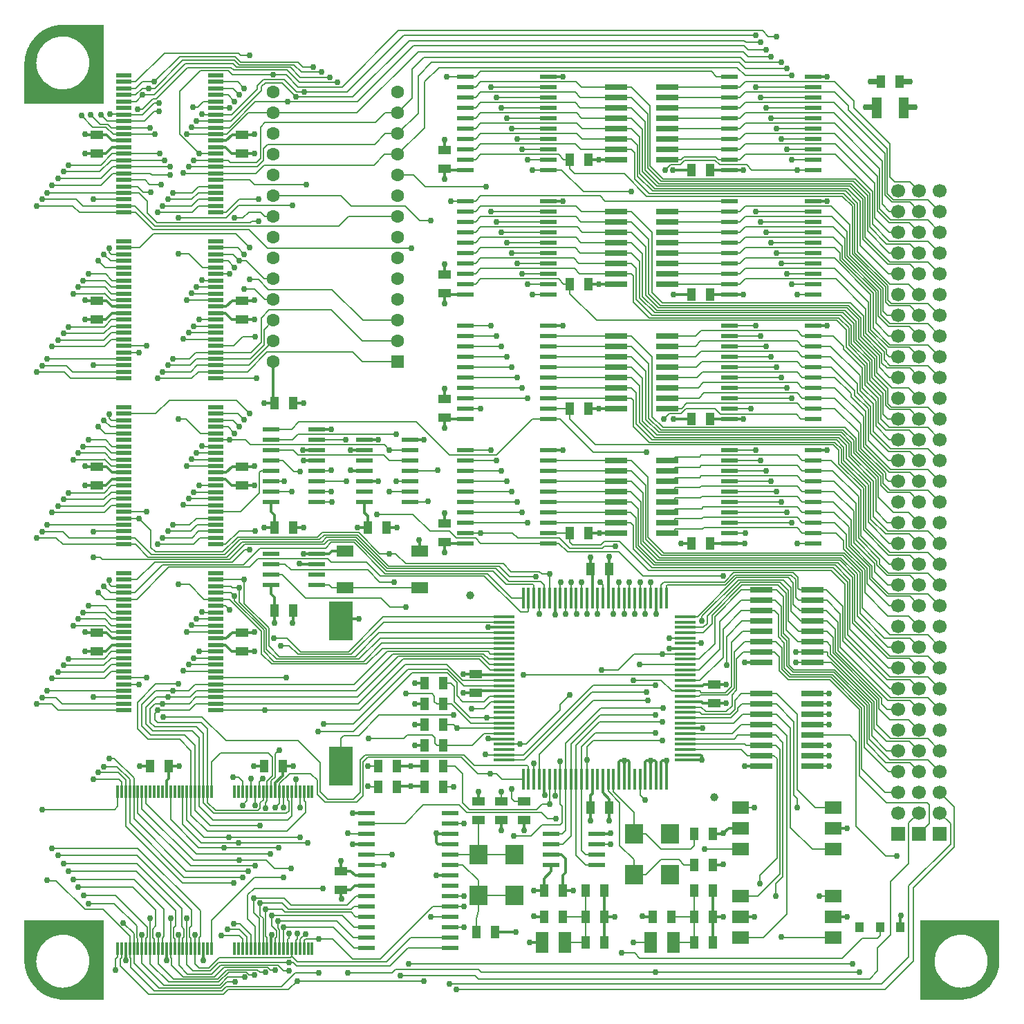
<source format=gbr>
G04 Generated by UcamX v1.1.0-140320 on 2014.6.05*
G04 Gerber PCB Data - Example 1, created by Filip Vermeire*
G04 Ucamco copyright*
%FSLAX35Y35*%
%MOMM*%
%TF.FileFunction,Copper,L1,Signal*%
%TF.Part,Single*%
%TA.AperFunction,Conductor,NotC*%
%ADD10C,0.15000*%
%ADD11C,0.30000*%
%ADD12C,0.70000*%
%TA.AperFunction,ViaPad*%
%ADD13C,0.75000*%
%TA.AperFunction,FiducialPad,Local*%
%ADD14C,1.00000*%
%TA.AperFunction,ComponentPad*%
%ADD15C,1.60000*%
%ADD16C,1.70000*%
%ADD17R,1.60000X1.60000*%
%ADD18R,1.70000X1.70000*%
%TA.AperFunction,SMDPad,CuDef*%
%ADD19R,0.30000X1.60000*%
%ADD20R,0.35000X2.50000*%
%ADD21R,1.10000X1.60000*%
%ADD22R,1.00000X1.20000*%
%ADD23R,1.30000X2.50000*%
%ADD24R,1.60000X1.10000*%
%ADD25R,1.60000X2.50000*%
%ADD26R,1.95000X0.55000*%
%ADD27R,2.00000X0.60000*%
%ADD28R,2.10000X1.40000*%
%ADD29R,2.00000X1.50000*%
%ADD30R,2.20000X2.40000*%
%ADD31R,2.50000X0.35000*%
%ADD32R,2.70000X0.65000*%
%ADD33R,3.00000X4.70000*%
%TA.AperFunction,Conductor,NotC*%
%ADD34C,0*%
%SRX1Y1I0.00000J0.00000*%
G01*
G75*
%LPD*%
D10*
X7494499Y2058998D02*
Y2325500D01*
X7243499Y2576498D01*
Y2730998D01*
X8234497Y2062998D02*
Y1914500D01*
X8189999Y1869999D01*
X7824999D01*
X7635997Y2058998D01*
X7494499D01*
X7494499Y1558999D02*
Y1745498D01*
X7319998Y1919999D01*
Y2439998D01*
X7178497Y2581499D01*
Y2730998D01*
X8234497Y1681998D02*
X8107998D01*
X8044998Y1744998D01*
X7824999D01*
X7638997Y1558999D01*
X7494499D01*
X6333498Y2730998D02*
Y3029999D01*
X6993499Y3689998D01*
X7664999D01*
X8795497Y1872498D02*
X8359999D01*
Y1874998D01*
X9680499Y3650498D02*
X9882998D01*
X8125999Y3093499D02*
X8806498D01*
X8884499Y3015498D01*
X9050498D01*
X9209499D01*
X9244998Y2979999D01*
Y1764998D01*
X9034999Y1554998D01*
Y1450000D01*
X9935497Y792998D02*
X9299997D01*
Y795000D01*
X8125999Y3158498D02*
X8851499D01*
X8867498Y3142498D01*
X9050498D01*
X8795497Y1300998D02*
X9014999D01*
X9279997Y1565999D01*
Y3090398D01*
X9227899Y3142498D01*
X9050498D01*
X8125999Y3223499D02*
X8723018D01*
X8769018Y3269498D01*
X9050498D01*
X9230977D01*
X9319999Y3180479D01*
Y1534998D01*
X9234998Y1450000D01*
Y1299998D01*
X9935497Y1300998D02*
X9764997D01*
Y1299998D01*
X8125999Y3288498D02*
X8701619D01*
X8809619Y3396498D01*
X9050498D01*
X8795497Y792998D02*
X9077998D01*
X9364998Y1079998D01*
Y3264009D01*
X9232509Y3396498D01*
X9050498D01*
X8125999Y3418500D02*
X8716419D01*
X8821418Y3523498D01*
X9050498D01*
X9935497Y1872498D02*
X9677499D01*
X9409999Y2139999D01*
Y3356758D01*
X9243258Y3523498D01*
X9050498D01*
X8125999Y3483498D02*
X8683498D01*
X8763389Y3563389D01*
Y3597948D01*
X8815939Y3650498D01*
X9050498D01*
X8795497Y2380498D02*
X8964999D01*
Y2379998D01*
X9050498Y3650498D02*
X9238658D01*
X9454998Y3434159D01*
Y2534999D01*
X9494998Y2494999D01*
Y2379998D01*
X8125999Y3548500D02*
X8301497D01*
X8324998Y3525000D01*
X8672498D01*
X8730747Y3583249D01*
Y3697788D01*
X8810458Y3777498D01*
X9050498D01*
X9935497Y2380498D02*
X9714497D01*
X9494998Y2599998D01*
Y3523079D01*
X9240579Y3777498D01*
X9050498D01*
X6481999Y1935998D02*
X6624998D01*
X6723497Y2034500D01*
Y2730998D01*
Y3158498D01*
X7079999Y3515000D01*
X7754999D01*
X9680499Y3396498D02*
X9882998D01*
X7041998Y1935998D02*
X7209999D01*
Y1934998D01*
X8125999Y3808499D02*
X7962857D01*
X7827859Y3943498D01*
X7484999D01*
X9050498Y4539498D02*
X8824499D01*
X8692609Y4407609D01*
Y3865438D01*
X8617169Y3789998D01*
X8314998D01*
X8296499Y3808499D01*
X8125999D01*
X6853499Y2730998D02*
Y3128498D01*
X7019999Y3294997D01*
X7754999D01*
X7041998Y1808998D02*
X6904998D01*
X6853499Y1860499D01*
Y2730998D01*
X9680499Y3015498D02*
X9885817D01*
X6788498Y2730998D02*
Y3143499D01*
X7074998Y3429998D01*
X7844999D01*
X7041998Y1681998D02*
X6904998D01*
X6788498Y1798498D01*
Y2730998D01*
X9680499Y3142498D02*
X9882998D01*
X6481999Y2062998D02*
X6614998D01*
X6658498Y2106498D01*
Y2730998D01*
Y3169999D01*
X7088498Y3599998D01*
X7854999D01*
X9680499Y3523498D02*
X9882998D01*
X5240000Y1046998D02*
X5009998D01*
Y1044999D01*
X5905998Y3028498D02*
X6144527D01*
X6999529Y3883498D01*
X7759738D01*
X9680499Y3777498D02*
X9882998D01*
X5674998Y3029999D02*
X5676499Y3028498D01*
X5905998D01*
X3078998Y9873498D02*
X3906500D01*
X4034999Y9744997D01*
X4695000D01*
X4869998Y9569999D01*
X5009998D01*
X5162499Y3904498D02*
X5254999D01*
X5294999Y3864498D01*
Y3679998D01*
X5489999Y3485000D01*
X5694998D01*
X5905998Y3483498D02*
X5694998D01*
Y3485000D01*
X3052999Y5237998D02*
X3186999D01*
X3475000Y4949998D01*
X4394998D01*
X4509999Y4834999D01*
X4705000D01*
X5162499Y3650498D02*
X5079500D01*
X5049998Y3679998D01*
Y3744999D01*
X5019998Y3774999D01*
X4705000D01*
Y3779998D01*
X5905998Y3418500D02*
X5496499D01*
X5264498Y3650498D01*
X5162499D01*
X1220498Y658498D02*
Y545498D01*
X1204999Y529999D01*
Y444998D01*
X1554998Y94999D01*
X2464999D01*
X2524999Y154999D01*
X3264998D01*
X3369999Y260000D01*
X3353999Y658498D02*
Y758998D01*
X3369999Y774997D01*
Y839999D01*
X5162499Y3396498D02*
X5286998D01*
X5330000Y3353499D01*
X5905998Y3353499D02*
X5330000D01*
X3369999Y260000D02*
X4919998D01*
X5328499Y3353499D02*
X5330000D01*
X3957498Y5076498D02*
X3792200D01*
X3757699Y5110998D01*
X3612998D01*
X4867499Y5076498D02*
X3957498D01*
X3904498Y2890000D02*
Y3229999D01*
X3939500Y3264998D01*
X4124998D01*
X4374998Y3515000D01*
X5284999D01*
X8125999Y4003497D02*
X6144999D01*
Y4004999D01*
X5240000Y919998D02*
X5410000D01*
X6528499Y2730998D02*
Y2526498D01*
X6529997Y2524999D01*
X1820500Y2578499D02*
Y2233590D01*
X2164088Y1889999D01*
X2474999D01*
X2371499Y4852498D02*
X2493638D01*
X2539998Y4806137D01*
X2371499Y6884498D02*
X2539998D01*
Y6885999D01*
X2371499Y8916498D02*
X2539998D01*
Y8917999D01*
X2371499Y10948498D02*
X2539998D01*
Y10949999D01*
X3154000Y2578499D02*
Y2433998D01*
X3104998Y2384999D01*
Y2381819D01*
X4755998Y6253998D02*
X4501000D01*
X4499999Y6254999D01*
X4755998Y6761998D02*
X4499999D01*
X5240000Y1300998D02*
X5410000D01*
Y1299998D01*
X6138497Y2730998D02*
X5878998D01*
X5813710Y2796289D01*
X5733248D01*
X2539998Y6885999D02*
X2738999D01*
X2800000Y6824998D01*
X4436999D01*
X4499999Y6761998D01*
X3144998Y1889999D02*
X2474999D01*
X5733248Y2796289D02*
X5578849D01*
X5377378Y2997759D01*
X4234518D01*
X4174998Y2938239D01*
Y2524059D01*
X4096888Y2445949D01*
X3712129D01*
X3617918Y2540158D01*
Y2717059D01*
X3534979Y2800000D01*
X3279999D01*
X3154000Y2673998D01*
Y2578499D01*
X8125999Y4263499D02*
X7840899D01*
X9050498Y4666498D02*
X8819848D01*
X8626818Y4473469D01*
Y4125308D01*
X10508498Y919998D02*
Y813499D01*
X10479997Y784997D01*
X10289997D01*
X10039998Y534998D01*
X7564999D01*
X7499998Y599999D01*
X7344997D01*
X7094997Y4063500D02*
X7299597D01*
X7499599Y4263499D01*
X7840899D01*
X7701499Y729498D02*
X7484999D01*
Y729999D01*
X8125999Y4133500D02*
X7566498D01*
X7564999Y4134998D01*
X7981498Y729498D02*
X8234497D01*
Y1046998D01*
X7956497D01*
X8234497Y1364498D02*
Y1046998D01*
X4755998Y6126998D02*
X4971999D01*
X4974999Y6129998D01*
X5426499Y9809998D02*
X5250000D01*
X8664997Y9809998D02*
X7142998D01*
X7079498Y9873498D01*
X5618998D01*
X5555498Y9809998D01*
X5426499D01*
X4219999Y2189998D02*
X4689998D01*
X4913699Y2413699D01*
X5354109D01*
X5445509Y2322299D01*
X6362789D01*
X6438529Y2246559D01*
X6535049D01*
X6918498Y2730998D02*
Y2964998D01*
X9680499Y2888498D02*
X9885817D01*
X6919999Y2964998D02*
X6918498D01*
X7844999Y3204998D02*
X6999999D01*
X6918498Y3123499D01*
Y2964998D01*
X1246498Y3812500D02*
X306500D01*
X304998Y3810998D01*
X1246498Y5844500D02*
X306500D01*
X304998Y5842998D01*
X1246498Y7876497D02*
X306500D01*
X304998Y7874998D01*
X1246498Y9908497D02*
X1431499D01*
X1534998Y9804997D01*
Y9664997D01*
X1654998Y9544998D01*
X2800099D01*
X2815097Y9559999D01*
X2897388D01*
X1320498Y658498D02*
Y804500D01*
X989998Y1134999D01*
X769999D01*
X419999Y1484999D01*
X304998D01*
Y1490000D01*
X3453999Y658498D02*
Y753999D01*
X3475000Y774997D01*
X3634999D01*
X5240000Y1173998D02*
X5034999D01*
X4391000Y529999D01*
X4050000D01*
X3804999Y774997D01*
X3634999D01*
X5426499Y5745998D02*
X5618998D01*
X5426499Y7269998D02*
X5618998D01*
X6268499Y2730998D02*
Y2924998D01*
X6264999D01*
X8664997Y5745998D02*
X8857498D01*
X8664997Y7269998D02*
X8924499D01*
X304998Y9909998D02*
X306500Y9908497D01*
X1246498D01*
X3634999Y354998D02*
X3345000D01*
X3174998Y184999D01*
X2499998D01*
X2449998Y134999D01*
X1620000D01*
X1329998Y424998D01*
Y534998D01*
X1320498Y544498D01*
Y658498D01*
X5410000Y1174999D02*
Y1173998D01*
X5240000D01*
X7264997Y5579999D02*
X7134997D01*
X7109999Y5554998D01*
X6707137D01*
X6582138Y5679999D01*
X6069998D01*
X6003999Y5745998D01*
X5618998D01*
X6647998Y729498D02*
X6900997D01*
Y1046998D01*
X6622997D01*
X6900997Y1364498D02*
Y1046998D01*
X3612998Y6888998D02*
X3964999D01*
Y6889999D01*
X6446497Y5618998D02*
X6575227D01*
X6679227Y5514998D01*
X7309998D01*
X7604999Y5219997D01*
X8584997D01*
X9684997Y5618998D02*
X9492498D01*
X4349999Y5975000D02*
X4789998D01*
X4999998Y5764998D01*
X5234999D01*
X5320000Y5679999D01*
X5554998D01*
X5615999Y5618998D01*
X6446497D01*
X2371499Y3972499D02*
X3239999D01*
X3052999Y6634998D02*
X3194998D01*
X3329999Y6499997D01*
X3409999D01*
X4755998Y6507998D02*
X5089998D01*
Y6509997D01*
X5426499Y11333998D02*
X5204999D01*
Y11334999D01*
X8664997Y11333998D02*
X8507258D01*
X8443758Y11397498D01*
X5618998D01*
X5555498Y11333998D01*
X5426499D01*
X3052999Y7015998D02*
X3300999D01*
X3389999Y7104997D01*
X4829998D01*
X5234999Y6699997D01*
X5811000D01*
X6253998Y7142998D01*
X6446497D01*
X6591999D01*
X6999999Y6734998D01*
X7644999D01*
X9684997Y7142998D02*
X9539968D01*
X9482968Y7199999D01*
X8553338D01*
X8488337Y7264997D01*
X8129659D01*
X8069659Y7204997D01*
X7924998D01*
X7859997Y7139999D01*
X3052999Y6888998D02*
X3313999D01*
X3379999Y6954998D01*
X4584997D01*
X4755998Y6380998D02*
X4584997D01*
Y6379998D01*
X4755998Y6634998D02*
X4494998D01*
X4429999Y6699997D01*
X3379999D01*
X3318000Y6761998D01*
X3052999D01*
X5567500Y856498D02*
Y1015500D01*
X5589499Y1120498D01*
Y1304999D01*
Y1490498D01*
X5397998Y1681998D01*
X5240000D01*
X6029498Y1304999D02*
X5589499D01*
X5589499Y1804998D02*
X5585498Y1808998D01*
X5240000D01*
X5593598Y2227400D02*
X5589499D01*
Y1804998D01*
X6029498Y1804998D02*
X5589499D01*
X3052999Y6507998D02*
X2929999D01*
X2910000Y6487998D01*
Y6234999D01*
X2679500Y6004499D01*
X2371499D01*
X2371499Y8036499D02*
X2592398D01*
X2700157Y8144259D01*
X2852738D01*
X3052999Y6380998D02*
X3214998D01*
Y6379998D01*
X2371499Y10068499D02*
X2786500D01*
X2844998Y10009998D01*
X3479998D01*
X3052999Y6253998D02*
X3304997D01*
Y6254999D01*
X3612998Y6507998D02*
X3786998D01*
X3784999Y6509997D01*
X5162499Y3142498D02*
X5084999D01*
X5054999Y3172498D01*
Y3234998D01*
X5019998Y3269999D01*
X4719998D01*
X4677499Y3227500D01*
X4246210D01*
X5905998Y3288498D02*
X5659999D01*
X5514000Y3142498D01*
X5162499D01*
X5905998Y2963500D02*
X6146089D01*
X6978808Y3796218D01*
X7646208D01*
X9680499Y4666498D02*
X9536377D01*
X9414998Y4787880D01*
Y5077798D01*
X9322798Y5169998D01*
X8772817D01*
X8326138Y4723318D01*
Y4664698D01*
X10729999Y3586998D02*
X10592999D01*
X10529997Y3649998D01*
Y3719998D01*
X9959998Y4289999D01*
Y4566720D01*
X9860219Y4666498D01*
X9680499D01*
X8125999Y4718500D02*
X8271398D01*
X8752899Y5199997D01*
X9379999D01*
X9444998Y5134999D01*
Y4874999D01*
X9526499Y4793498D01*
X9680499D01*
X10983999Y3586998D02*
X10875998Y3694999D01*
X10599999D01*
X9989998Y4304998D01*
Y4655000D01*
X9851497Y4793498D01*
X9680499D01*
X7893497Y4950999D02*
Y5099998D01*
X7903497Y5109998D01*
X8613887D01*
X8733889Y5229997D01*
X9419999D01*
X9474998Y5174999D01*
Y4954999D01*
X9509499Y4920498D01*
X9680499D01*
X11237999Y3586998D02*
X11094997Y3729998D01*
X10634998D01*
X10019998Y4344998D01*
Y4755497D01*
X9854997Y4920498D01*
X9680499D01*
X7828499Y4950999D02*
Y5109998D01*
X7863497Y5144999D01*
X8602368D01*
X8717369Y5260000D01*
X9444998D01*
X9504998Y5199997D01*
Y5067498D01*
X9524998Y5047498D01*
X9680499D01*
X10729999Y3840998D02*
X10628999D01*
X10049998Y4419999D01*
Y4844999D01*
X9847499Y5047498D01*
X9680499D01*
X3052999Y5364998D02*
X3219839D01*
X3294340Y5290498D01*
X4232948D01*
X4377469Y5145979D01*
X4557698D01*
X4219999Y2062998D02*
X3990000D01*
Y2065000D01*
X7568499Y2730998D02*
Y2536498D01*
X7629998Y2474999D01*
X9680499Y3269498D02*
X10136708D01*
X10216058Y3190149D01*
Y2151810D01*
X10578808Y1789059D01*
X10714058D01*
X3990000Y360000D02*
X4534998D01*
X4574997Y399999D01*
X5589999D01*
X5624998Y364998D01*
X7754999D01*
X10254999D01*
X1246498Y3892499D02*
X1432448D01*
X1246498Y5924499D02*
X1432448D01*
X1246498Y7956497D02*
X1432448D01*
X1246498Y9988497D02*
X1415019D01*
X1483010Y9920509D01*
X1581569D01*
X2853998Y658498D02*
Y928789D01*
X2766078Y1016709D01*
Y1311478D01*
X2848648Y1394049D01*
X3683709D01*
X4602998Y10127498D02*
X4796270D01*
X4941428Y9982337D01*
X5685120D01*
X6463498Y4950999D02*
Y5242748D01*
X4498549Y5490820D02*
X4380660D01*
X4121778Y5749699D01*
X3675200D01*
X3621258Y5695760D01*
X2642449D01*
X2457410Y5510718D01*
X1633469D01*
X1576190Y5567998D01*
Y5780758D01*
X1432448Y5924499D01*
X6463498Y5242748D02*
X6367359D01*
X6338687Y5271420D01*
X5987969D01*
X5891728Y5367658D01*
X4697499D01*
X4574340Y5490820D01*
X4498549D01*
X1170498Y658498D02*
Y548930D01*
X1144999Y523428D01*
Y388478D01*
X1246498Y3572498D02*
X443619D01*
X365118Y3650999D01*
X180000D01*
X1246498Y5604498D02*
X499819D01*
X421318Y5682999D01*
X180000D01*
X1246498Y7636498D02*
X595948D01*
X517449Y7714999D01*
X180000D01*
X1246498Y9668498D02*
X701299D01*
X619798Y9749999D01*
X180000D01*
X2803998Y658498D02*
Y825998D01*
X2669997Y959998D01*
X2594999D01*
X6398499Y4950999D02*
Y5110998D01*
X6355598Y5149098D01*
Y5151359D01*
X5961997D01*
X5805699Y5307658D01*
X4475120D01*
X4093078Y5689699D01*
X3729698D01*
X3675759Y5635760D01*
X2694618D01*
X2509579Y5450718D01*
X1541039D01*
X1387259Y5604498D01*
X1246498D01*
X4769998Y9234998D02*
X3004998D01*
X2780000Y9459999D01*
X1600000D01*
X1391499Y9668498D01*
X1246498D01*
X2020499Y2578499D02*
Y2229498D01*
X2229998Y2019999D01*
X2534999D01*
X2371499Y5012500D02*
X2562500D01*
X2599998Y4974999D01*
X2371499Y7044497D02*
X2521499D01*
X2599998Y6965999D01*
X2371499Y9076497D02*
X2521499D01*
X2599998Y8997999D01*
X2371499Y11108497D02*
X2521499D01*
X2599998Y11029999D01*
X3078998Y9619498D02*
X2975498D01*
X2919479Y9675518D01*
X2776319D01*
X2705799Y9604998D01*
X2599998D01*
X3403999Y658498D02*
Y768998D01*
X3469998Y835000D01*
X5905998Y4393499D02*
X4404998D01*
X4181498Y4170000D01*
X3084998D01*
X2963088Y4291909D01*
Y4553628D01*
X2599998Y4916719D01*
Y4974999D01*
X2534999Y2019999D02*
X3405000D01*
X2070499Y2578499D02*
Y3079499D01*
X1929999Y3219999D01*
X1540000D01*
X1414999Y3345000D01*
Y3669998D01*
X1638999Y3893998D01*
X1914998D01*
X2371499Y4932500D02*
X2233328D01*
X2051078Y5114747D01*
X1914998D01*
X2371499Y6964497D02*
X2185459D01*
X2006659Y7143298D01*
X1914998D01*
X2371499Y8996497D02*
X2214248D01*
X2047098Y9163647D01*
X1914998D01*
Y9165308D01*
X2371499Y11028497D02*
X2223250D01*
X2149760Y10955008D01*
X2090618D01*
X3453999Y2578499D02*
Y2469998D01*
X3475000Y2449000D01*
Y2319998D01*
X3244998Y2089999D01*
X2269998D01*
X2070499Y2289498D01*
Y2578499D01*
X5905998Y4328498D02*
X4411000D01*
X4222499Y4140000D01*
X3055389D01*
X2933088Y4262298D01*
Y4539288D01*
X2539878Y4932500D01*
X2371499D01*
X3314997Y9754997D02*
X2651118D01*
X2496759Y9600639D01*
X1914998D01*
Y9604998D01*
X2120499Y2578499D02*
Y3144500D01*
X1994998Y3269999D01*
X1580000D01*
X1464999Y3385000D01*
Y3639998D01*
X1638999Y3813998D01*
X1849999D01*
X2371499Y3892499D02*
X2118160D01*
X2039658Y3813998D01*
X1849999D01*
X2371499Y5924499D02*
X2133008D01*
X2054510Y5845998D01*
X1849999D01*
X2371499Y7956497D02*
X2131738D01*
X2053240Y7877998D01*
X1849999D01*
X2371499Y9988497D02*
X2160908D01*
X2082409Y9909998D01*
X1849999D01*
X2903997Y2578499D02*
Y2698999D01*
X2944998Y2740000D01*
X4602998Y8095498D02*
X4164998D01*
X3785499Y8474997D01*
X3024998D01*
X2929999Y8379999D01*
Y8079189D01*
X2807310Y7956497D01*
X2371499D01*
X5905998Y4263499D02*
X5736499D01*
X5704998Y4294998D01*
X4472498D01*
X4070000Y3892499D01*
X2371499D01*
X2914998Y2159998D02*
X2304999D01*
X2120499Y2344499D01*
Y2578499D01*
X2170499Y2578499D02*
Y3234500D01*
X2085000Y3319999D01*
X1604998D01*
X1520000Y3405000D01*
Y3609998D01*
X1643997Y3733998D01*
X1789999D01*
X2371499Y3812500D02*
X2134680D01*
X2056179Y3733998D01*
X1789999D01*
X2371499Y5844500D02*
X2144530D01*
X2066029Y5765998D01*
X1789999D01*
X2371499Y7876497D02*
X2138259D01*
X2059760Y7797998D01*
X1789999D01*
X2371499Y9908497D02*
X2157458D01*
X2078960Y9829998D01*
X1789999D01*
X3078998Y8349498D02*
X2965628Y8236128D01*
Y8049148D01*
X2792979Y7876497D01*
X2371499D01*
X3303999Y2578499D02*
Y2279998D01*
X3253999Y2229998D01*
X2339998D01*
X2170499Y2399498D01*
Y2578499D01*
X5905998Y4198498D02*
X5716499D01*
X5649999Y4264998D01*
X4542498D01*
X4090000Y3812500D01*
X2371499D01*
X2220499Y2578499D02*
Y3284500D01*
X2135000Y3369999D01*
X1624998D01*
X1570000Y3425000D01*
Y3594999D01*
X1628999Y3653999D01*
X1724998D01*
X2371499Y3732500D02*
X2131218D01*
X2052719Y3653999D01*
X1724998D01*
X2371499Y5764500D02*
X2162709D01*
X2084207Y5685999D01*
X1724998D01*
X2371499Y7796497D02*
X2146448D01*
X2067949Y7717999D01*
X1724998D01*
X2371499Y9828497D02*
X2158998D01*
X2080499Y9749999D01*
X1724998D01*
X3078998Y8095498D02*
X2780000Y7796497D01*
X2371499D01*
X3253999Y2578499D02*
Y2470999D01*
X3269999Y2454999D01*
Y2339998D01*
X3239999Y2309998D01*
X2349998D01*
X2220499Y2439498D01*
Y2578499D01*
X5905998Y4133500D02*
X5726499D01*
X5624998Y4234998D01*
X4607499D01*
X4104998Y3732500D01*
X2371499D01*
X2270499Y2578499D02*
Y3344500D01*
X2195000Y3419998D01*
X1664998D01*
X1624998Y3459998D01*
Y3533999D01*
X1664998Y3573999D01*
X2371499Y3652500D02*
X2129430D01*
X2050928Y3573999D01*
X1664998D01*
X2371499Y5684500D02*
X2180887D01*
X2102389Y5605999D01*
X1664998D01*
X2371499Y7716497D02*
X2157969D01*
X2079468Y7637999D01*
X1664998D01*
X2371499Y9748497D02*
X2165269D01*
X2086768Y9669999D01*
X1664998D01*
X2954000Y2578499D02*
Y2476538D01*
X2914998Y2437539D01*
Y2370999D01*
X2888999Y2344999D01*
X2370128D01*
X2270499Y2444628D01*
Y2578499D01*
X4602998Y7841498D02*
X4170000D01*
X4051498Y7959997D01*
X3003649D01*
X2760150Y7716497D01*
X2371499D01*
X5905998Y4068499D02*
X5731498D01*
X5594998Y4204998D01*
X4667499D01*
X4114998Y3652500D01*
X2371499D01*
X2320499Y2578499D02*
Y2937459D01*
X2434428Y3051389D01*
X3019390D01*
X3069999Y3000779D01*
Y2773068D01*
X3004000Y2707069D01*
Y2578499D01*
X2371499Y3572498D02*
X2975869D01*
X2371499Y5604498D02*
X2491799D01*
X2658819Y5771518D01*
X2851839D01*
X2371499Y7636498D02*
X2876799D01*
X2371499Y9668498D02*
X2499218D01*
X2665339Y9834619D01*
X2898049D01*
X3004000Y2578499D02*
Y2465279D01*
X2979870Y2441149D01*
Y2375810D01*
X5905998Y3938499D02*
X5394998D01*
X5198499Y4134998D01*
X4695000D01*
X4132499Y3572498D01*
X2975869D01*
X2320499Y658498D02*
Y999668D01*
X2846847Y1526020D01*
X3204998D01*
Y1527419D01*
X3203999Y2578499D02*
Y2380999D01*
X3204998Y2379998D01*
X3612998Y6126998D02*
X3791738D01*
X5905998Y3873498D02*
X5414998D01*
X5213498Y4074998D01*
X4729998D01*
X4060000Y3405000D01*
X3694999D01*
X1520498Y2578499D02*
Y2435459D01*
X2138228Y1817728D01*
X3041150D01*
X3054000Y2578499D02*
Y2708999D01*
X3099999Y2754999D01*
Y3038308D01*
X3148668Y3086979D01*
X3612998Y6253998D02*
X3788418D01*
X5905998Y3743498D02*
X5723499D01*
X5659999Y3679998D01*
X5400000D01*
X5330000Y3749998D01*
Y3909998D01*
X5209997Y4030000D01*
X4775000D01*
X4060000Y3314997D01*
X3624999D01*
X3612998Y6380998D02*
X3973630D01*
X5905998Y3678499D02*
X5742879D01*
X5657469Y3593089D01*
X5505788D01*
Y3595010D01*
X1170498Y2578499D02*
Y2395500D01*
X1134999Y2359998D01*
X244998D01*
X1246498Y3652500D02*
X492260D01*
X413759Y3730999D01*
X244998D01*
X1246498Y5684500D02*
X581099D01*
X502598Y5762999D01*
X244998D01*
X1246498Y7716497D02*
X624228D01*
X545729Y7794999D01*
X244998D01*
X1246498Y9748497D02*
X744429D01*
X662928Y9829998D01*
X244998D01*
X2753998Y658498D02*
Y795998D01*
X2659997Y889998D01*
X2514999D01*
X4602998Y9619498D02*
X3999499D01*
X3879998Y9499999D01*
X1630000D01*
X1381499Y9748497D01*
X1246498D01*
X6333498Y4950999D02*
Y4749998D01*
X6334999D01*
X6290818Y5211359D02*
X5968929D01*
X5842628Y5337658D01*
X4489278D01*
X4107239Y5719699D01*
X3699698D01*
X3645759Y5665760D01*
X2667998D01*
X2482959Y5480718D01*
X1583358D01*
X1379578Y5684500D01*
X1246498D01*
X1220498Y2578499D02*
Y2691570D01*
X1187069Y2724999D01*
X875000D01*
X1246498Y3732500D02*
X875000D01*
X1246498Y5764500D02*
X875000D01*
Y5759100D01*
X1246498Y7796497D02*
X875000D01*
X1246498Y9828497D02*
X875000D01*
X2703998Y658498D02*
Y775998D01*
X2664999Y815000D01*
X2444999D01*
X6268499Y4950999D02*
Y5104768D01*
X6254169Y5119098D01*
X5927169D01*
X5768609Y5277658D01*
X4462689D01*
X4080647Y5659699D01*
X3756848D01*
X3702909Y5605760D01*
X2728839D01*
X2543798Y5420718D01*
X985678D01*
X962688Y5443708D01*
X879610D01*
X875000Y5448318D01*
X3859998Y11264999D02*
X3395000D01*
X3244998Y11414999D01*
X2592680D01*
X2562680Y11444999D01*
X2029999D01*
X1644998Y11059998D01*
X1605128D01*
X1477038Y10931909D01*
X1414999D01*
X1246498Y4932500D02*
X1018500D01*
X935000Y5016000D01*
X1246498Y6964497D02*
X1018500D01*
X935000Y7047997D01*
X1246498Y8996497D02*
X1018500D01*
X935000Y9079997D01*
X1246498Y11028497D02*
X1398499D01*
X1480000Y11109998D01*
X1270498Y2578499D02*
Y2716718D01*
X1177219Y2810000D01*
X935000D01*
X2703998Y2578499D02*
Y2704999D01*
X2653998Y2754999D01*
X2584999D01*
X6203498Y4950999D02*
Y4789998D01*
X6188497Y4775000D01*
X6104997D01*
X5662338Y5217658D01*
X4391089D01*
X4218750Y5390000D01*
X3784999D01*
X3744999Y5430000D01*
X2892799D01*
X2788958Y5326159D01*
X1800779D01*
X1407120Y4932500D01*
X1246498D01*
X1480000Y11109998D02*
X1620000D01*
X1999999Y11489998D01*
X2586800D01*
X2627839Y11448959D01*
X3286039D01*
X3409999Y11324999D01*
X3769998D01*
X2594999Y1454999D02*
X1964998D01*
X1270498Y2149498D01*
Y2578499D01*
X1246498Y5012500D02*
X1083498D01*
X1005000Y5090998D01*
X1246498Y7044497D02*
X1083498D01*
X1005000Y7122998D01*
X1246498Y9076497D02*
X1083498D01*
X1005000Y9154998D01*
X1246498Y11108497D02*
X1390348D01*
X1471849Y11189998D01*
X1550000D01*
X1320498Y2578499D02*
Y2194499D01*
X1984998Y1530000D01*
X2700000D01*
X2753998Y2578499D02*
Y2463998D01*
X2700000Y2409998D01*
X6138497Y4950999D02*
X5999998D01*
X5703339Y5247658D01*
X4450258D01*
X4068219Y5629699D01*
X3789698D01*
X3719998Y5559999D01*
X2914300D01*
X2710460Y5356159D01*
X1722499D01*
X1378839Y5012500D01*
X1246498D01*
X1005000Y2884998D02*
X1162749D01*
X1320498Y2727249D01*
Y2578499D01*
X3669998Y11389998D02*
X3419998D01*
X3331038Y11478959D01*
X2657358D01*
X2601318Y11534999D01*
X1969999D01*
X1624998Y11189998D01*
X1550000D01*
X1246498Y5092500D02*
X1094809D01*
X1069998Y5117308D01*
Y5170998D01*
X1246498Y7124497D02*
X1094428D01*
X1069998Y7148929D01*
Y7202998D01*
X1246498Y9156497D02*
X1092378D01*
X1069998Y9178877D01*
Y9234998D01*
X1246498Y11188497D02*
X1390109D01*
X1471608Y11269998D01*
X1620000D01*
X1370498Y2578499D02*
Y2244499D01*
X2009999Y1604998D01*
X2770000D01*
X2803998Y2578499D02*
Y2738999D01*
X2804998Y2740000D01*
X5905998Y4718500D02*
X4424998D01*
X3996500Y4289999D01*
X3414319D01*
X3246209Y4458109D01*
X3083088D01*
X1069998Y2984998D02*
X1131867D01*
X1370498Y2746368D01*
Y2578499D01*
X3569998Y11449998D02*
X3439998D01*
X3381037Y11508959D01*
X2679200D01*
X2608159Y11579997D01*
X1929999D01*
X1620000Y11269998D01*
X1246498Y5172499D02*
X1407249D01*
X1625468Y5390718D01*
X2578049D01*
X2728710Y5541379D01*
X2784998D01*
X1246498Y7204497D02*
X1640208D01*
X1803649Y7367938D01*
X2623058D01*
X2784998Y7205998D01*
X1246498Y9236497D02*
X1443599D01*
X1615359Y9408259D01*
X2614740D01*
X2784998Y9237998D01*
X1246498Y11268497D02*
X1394328D01*
X1748869Y11623038D01*
X2649980D01*
X2676218Y11596797D01*
X2785278D01*
X1420498Y2578499D02*
Y2314499D01*
X2065000Y1669999D01*
X2854998D01*
X2853998Y2578499D02*
Y2404999D01*
X2854998D01*
X4602998Y8349498D02*
X4173500D01*
X3797999Y8724999D01*
X3019999D01*
X2894998Y8849998D01*
X2784998D01*
X5905998Y4653499D02*
X4429999D01*
X4036500Y4259999D01*
X3378909D01*
X3272318Y4366588D01*
X3164998D01*
X1470498Y2578499D02*
Y2365660D01*
X2098939Y1737218D01*
X2657658D01*
X2371499Y5172499D02*
X2717498D01*
X2720000Y5174999D01*
X2371499Y7204497D02*
X2645479D01*
X2720000Y7129978D01*
X2371499Y9236497D02*
X2641499D01*
X2720000Y9157998D01*
X2371499Y11268497D02*
X2641499D01*
X2720000Y11189998D01*
X3078998Y8603498D02*
X2976499D01*
X2850000Y8729998D01*
X2720000D01*
X3353999Y2578499D02*
Y2724999D01*
X3355000D01*
X5905998Y4523499D02*
X4374998D01*
X4081498Y4229999D01*
X3154998D01*
X3023088Y4361909D01*
Y4580248D01*
X2720000Y4883338D01*
Y5174999D01*
X2657658Y1737218D02*
X2987388D01*
X3089539Y1635069D01*
X3299999D01*
X1970499Y2578499D02*
Y2174499D01*
X2195000Y1949999D01*
X2654999D01*
X2371499Y5092500D02*
X2561768D01*
X2579269Y5074999D01*
X2659997D01*
X2371499Y7124497D02*
X2581499D01*
X2659997Y7045998D01*
X2371499Y9156497D02*
X2581499D01*
X2659997Y9077998D01*
X2371499Y11188497D02*
X2581499D01*
X2659997Y11109998D01*
X3078998Y8857498D02*
X2967497D01*
X2746998Y9077998D01*
X2659997D01*
X3403999Y2578499D02*
Y2380999D01*
X3405000Y2379998D01*
X5905998Y4458498D02*
X4384998D01*
X4126499Y4199999D01*
X3114998D01*
X2993088Y4321909D01*
Y4566938D01*
X2659997Y4900029D01*
Y5074999D01*
X2654999Y1949999D02*
X3499998D01*
X1370498Y658498D02*
Y839498D01*
X1239998Y969998D01*
X2371499Y4052499D02*
X1974998D01*
Y4053998D01*
X2371499Y6084499D02*
X1974998D01*
Y6085998D01*
X2371499Y8116499D02*
X1974998D01*
Y8117998D01*
X2371499Y10148499D02*
X2868498D01*
X2969999Y10249998D01*
X4308498D01*
X4439999Y10381498D01*
X4602998D01*
X2903997Y658498D02*
Y1029998D01*
X2834998Y1099000D01*
Y1274999D01*
X4219999Y1300998D02*
X4090998D01*
X3980000Y1189998D01*
X3299999D01*
X3214998Y1274999D01*
X2834998D01*
X4602998Y10381498D02*
X4929998Y10708498D01*
Y11269998D01*
X5104999Y11444999D01*
X8754999D01*
X8854999Y11344999D01*
X9428998D01*
X7698499Y4950999D02*
Y5144999D01*
X7694999D01*
X8664997Y5872998D02*
X9428998D01*
X8664997Y7396998D02*
X9428998D01*
X9684997Y8793998D02*
X9428998D01*
X9684997Y10317998D02*
X9428998D01*
X1974998Y10149998D02*
Y10148499D01*
X2371499D01*
X2609998Y244998D02*
X2509998D01*
X2434999Y170000D01*
X1675499D01*
X1370498Y474998D01*
Y658498D01*
X1470498Y658498D02*
Y825000D01*
X1470000D01*
X2371499Y4132499D02*
X2039999D01*
Y4133998D01*
X2371499Y6164499D02*
X2039999D01*
Y6165998D01*
X2371499Y8196499D02*
X2039999D01*
Y8197998D01*
X2371499Y10228499D02*
X2878498D01*
X2954998Y10304999D01*
Y10449997D01*
X3009999Y10504998D01*
X4319499D01*
X4449999Y10635498D01*
X4602998D01*
X2954000Y658498D02*
Y1024999D01*
X2914998Y1063999D01*
Y1209998D01*
X4219999Y1173998D02*
X4068999D01*
X4034999Y1139998D01*
X3259999D01*
X3189999Y1209998D01*
X2914998D01*
X4602998Y10635498D02*
X4849998Y10882498D01*
Y11339998D01*
X5014999Y11504999D01*
X8779998D01*
X8854999Y11429998D01*
X9364998D01*
X7633498Y4950999D02*
Y4755000D01*
X7634999D01*
X8664997Y5999998D02*
X9365498D01*
X8664997Y7523998D02*
X9365498D01*
X9684997Y8920998D02*
X9365498D01*
X9684997Y10444998D02*
X9365498D01*
X2039999Y10229998D02*
Y10228499D01*
X2371499D01*
X2724999Y304998D02*
X2514999D01*
X2419998Y210000D01*
X1735498D01*
X1470498Y474998D01*
Y658498D01*
X1246498Y4612498D02*
X1094999D01*
X1016498Y4690999D01*
X689999D01*
X1246498Y6644498D02*
X1094999D01*
X1016498Y6722999D01*
X689999D01*
X1246498Y8676498D02*
X1094999D01*
X1016498Y8754999D01*
X689999D01*
X1246498Y10708498D02*
X1564998D01*
Y10704998D01*
X1620500Y658498D02*
Y774500D01*
X1604998Y789999D01*
Y895000D01*
X1640000Y929998D01*
Y1129998D01*
X1359998Y1409997D01*
X689999D01*
X5426499Y6126998D02*
X6063498D01*
X5426499Y7650998D02*
X6063498D01*
X6446497Y9047998D02*
X6063498D01*
X6446497Y10571998D02*
X6063498D01*
X6918498Y4950999D02*
Y4756498D01*
X6919999Y4755000D01*
X845000Y10864998D02*
X959998Y10749999D01*
X1049998D01*
X1091499Y10708498D01*
X1246498D01*
X1246498Y4532498D02*
X1098499D01*
X1019998Y4610999D01*
X629999D01*
X1246498Y6564498D02*
X1098499D01*
X1009998Y6652999D01*
Y6642999D01*
X629999D01*
X1246498Y8596498D02*
X1098499D01*
X1009998Y8684999D01*
Y8674999D01*
X629999D01*
X1246498Y10628498D02*
X1630000D01*
Y10624998D01*
X1720500Y658498D02*
Y785498D01*
X1739999Y805000D01*
Y1139998D01*
X1374999Y1504999D01*
X629999D01*
X5426499Y6253998D02*
X5999998D01*
X5426499Y7777998D02*
X5999998D01*
X6446497Y9174998D02*
X5999998D01*
X6446497Y10698998D02*
X5999998D01*
X6853499Y4950999D02*
Y5143498D01*
X6854998Y5144999D01*
X729999Y10854998D02*
X869999Y10714998D01*
X1029998D01*
X1116498Y10628498D01*
X1246498D01*
X1246498Y4292499D02*
X1096498D01*
X1009998Y4205999D01*
X569999D01*
X1246498Y6324499D02*
X1096498D01*
X1009998Y6237999D01*
X569999D01*
X1246498Y8356499D02*
X1096498D01*
X1009998Y8269999D01*
X569999D01*
X1246498Y10388499D02*
X1688498D01*
X1689999Y10389997D01*
X1870499Y658498D02*
Y774500D01*
X1854998Y789999D01*
Y909998D01*
X1879999Y935000D01*
Y1119998D01*
X1399997Y1600000D01*
X569999D01*
X5426499Y6380998D02*
X5936498D01*
X5426499Y7904998D02*
X5936498D01*
X6446497Y9301998D02*
X5936498D01*
X6446497Y10825998D02*
X5936498D01*
X6788498Y4950999D02*
Y4756498D01*
X6789999Y4755000D01*
X569999Y10249998D02*
X965000D01*
X1103498Y10388499D01*
X1246498D01*
X1246498Y4212499D02*
X1091499D01*
X1005000Y4125999D01*
X509999D01*
X1246498Y6244499D02*
X1091499D01*
X1005000Y6157999D01*
X509999D01*
X1246498Y8276499D02*
X1091499D01*
X1005000Y8189999D01*
X509999D01*
X1246498Y10308499D02*
X1749999D01*
Y10309997D01*
X1970499Y658498D02*
Y785498D01*
X1984998Y799999D01*
Y895000D01*
X1954998Y925000D01*
Y1144999D01*
X1404999Y1694998D01*
X509999D01*
X5426499Y6507998D02*
X5872998D01*
X5426499Y8031998D02*
X5872998D01*
X6446497Y9428998D02*
X5872998D01*
X6446497Y10952998D02*
X5872998D01*
X6723497Y4950999D02*
Y5144999D01*
X6724998D01*
X509999Y10169998D02*
X955000D01*
X1093498Y10308499D01*
X1246498D01*
X1246498Y4132499D02*
X1091499D01*
X999998Y4040998D01*
X444998D01*
X1246498Y6164499D02*
X1091499D01*
X999998Y6072998D01*
X444998D01*
X1246498Y8196499D02*
X1091499D01*
X999998Y8104998D01*
X444998D01*
X1246498Y10228499D02*
X1814998D01*
Y10229998D01*
X2070499Y658498D02*
Y779498D01*
X2054997Y795000D01*
Y905000D01*
X2079999Y929998D01*
Y1124999D01*
X1409997Y1794998D01*
X444998D01*
X5426499Y6634998D02*
X5809498D01*
X5426499Y8158998D02*
X5809498D01*
X6446497Y9555998D02*
X5809498D01*
X6446497Y11079998D02*
X5809498D01*
X6658498Y4950999D02*
Y4756498D01*
X6659997Y4755000D01*
X444998Y10089998D02*
X969998D01*
X1108499Y10228499D01*
X1246498D01*
X1246498Y4052499D02*
X1096498D01*
X1009998Y3965999D01*
X370000D01*
X1246498Y6084499D02*
X1096498D01*
X1009998Y5997999D01*
X370000D01*
X1246498Y8116499D02*
X1096498D01*
X1009998Y8029997D01*
X370000D01*
X1246498Y10148499D02*
X1572588D01*
X1591089Y10129998D01*
X1814398D01*
X2170499Y658498D02*
Y790499D01*
X2185000Y805000D01*
Y1119998D01*
X1419997Y1884998D01*
X370000D01*
X5426499Y6761998D02*
X5745998D01*
X5426499Y8285998D02*
X5745998D01*
X6446497Y9682998D02*
X5745998D01*
X6446497Y11206998D02*
X5745998D01*
X6593497Y4950999D02*
Y5148499D01*
X6594998D01*
Y5144999D01*
X370000Y10004999D02*
X969998D01*
X1113498Y10148499D01*
X1246498D01*
X1570497Y658498D02*
Y469999D01*
X1795498Y244998D01*
X2409998D01*
X2529998Y364998D01*
X2750000D01*
X2780000Y334998D01*
X2850000D01*
X2371499Y4212499D02*
X2105000D01*
Y4213997D01*
X2371499Y6244499D02*
X2105000D01*
Y6245997D01*
X2371499Y8276499D02*
X2105000D01*
Y8277997D01*
X2371499Y10308499D02*
X2105000D01*
Y10309997D01*
X3004000Y658498D02*
Y785998D01*
X2984998Y805000D01*
Y1134999D01*
X4219999Y1046998D02*
X4082999D01*
X4030000Y1099998D01*
X3219999D01*
X3184998Y1134999D01*
X2984998D01*
X4602998Y10889498D02*
X4444998D01*
X4325498Y10769999D01*
X2974998D01*
X2919999Y10714998D01*
Y10329997D01*
X2870000Y10279997D01*
X2549998D01*
X2521499Y10308499D01*
X2371499D01*
X7568499Y4950999D02*
Y5144999D01*
X7569998D01*
X8664997Y6126998D02*
X9301998D01*
X8664997Y7650998D02*
X9301998D01*
X9684997Y9047998D02*
X9301998D01*
X9684997Y10571998D02*
X9301998D01*
X1570000Y1024999D02*
X1570497D01*
Y658498D01*
X9301998Y11509998D02*
X8854999D01*
X8799998Y11564999D01*
X4919998D01*
X4779998Y11424999D01*
Y11066498D01*
X4602998Y10889498D01*
X1670500Y658498D02*
Y825000D01*
X1669999D01*
X2371499Y4292499D02*
X2169998D01*
Y4294000D01*
X2371499Y6324499D02*
X2169998D01*
Y6325997D01*
X2371499Y8356499D02*
X2169998D01*
Y8357997D01*
X2371499Y10388499D02*
X2169998D01*
Y10389997D01*
X3104000Y658498D02*
Y778998D01*
X3119999Y795000D01*
Y875000D01*
X3059999Y935000D01*
Y1064999D01*
X4219999Y919998D02*
X4064998D01*
X3919997Y1064999D01*
X3059999D01*
X7503498Y4950999D02*
Y4755000D01*
X7504999D01*
X8664997Y6253998D02*
X9238498D01*
X8664997Y7777998D02*
X9238498D01*
X9684997Y9174998D02*
X9238498D01*
X9684997Y10698998D02*
X9238498D01*
X2169998Y10389997D02*
X1929999Y10629999D01*
Y11149998D01*
X2189998Y11409998D01*
X2525057D01*
X2580059Y11354999D01*
X3079999D01*
X2979999Y364998D02*
X2914998D01*
X2884998Y394998D01*
X2509998D01*
X2394999Y280000D01*
X1855498D01*
X1670500Y464998D01*
Y658498D01*
X3079999Y11354999D02*
X3234998D01*
X3385000Y11204997D01*
X3919997D01*
X4609999Y11894998D01*
X9069997D01*
X9139997Y11824998D01*
X9238498D01*
X1820500Y658498D02*
Y544998D01*
X1829999Y535498D01*
Y454998D01*
X1974998Y310000D01*
X2359998D01*
X2474999Y424998D01*
X3009999D01*
X3039999Y394998D01*
X3104998D01*
X2371499Y4532498D02*
X2016499D01*
X2014997Y4533999D01*
X2371499Y6564498D02*
X2016499D01*
X2014997Y6565999D01*
X2371499Y8596498D02*
X2016499D01*
X2014997Y8597999D01*
X2371499Y10628498D02*
X2016499D01*
X2014997Y10629999D01*
X3078998Y10889498D02*
X2769499D01*
X2508499Y10628498D01*
X2371499D01*
X3154000Y658498D02*
Y885998D01*
X3134998Y905000D01*
Y995000D01*
X4219999Y792998D02*
X4056997D01*
X3854999Y995000D01*
X3134998D01*
X7438497Y4950999D02*
Y5144999D01*
X7439998D01*
X8664997Y6380998D02*
X9174998D01*
X8664997Y7904998D02*
X9174998D01*
X9684997Y9301998D02*
X9174998D01*
X9684997Y10825998D02*
X9174998D01*
X1819999Y1024999D02*
X1820500Y1024499D01*
Y658498D01*
X9174998Y11574999D02*
X8894999D01*
X8829998Y11639997D01*
X4849998D01*
X4099499Y10889498D01*
X3078998D01*
X1920499Y658498D02*
Y449999D01*
X2025498Y344998D01*
X2324999D01*
X2434999Y454998D01*
X3134998D01*
X3204998Y384998D01*
X3269999D01*
X2371499Y4612498D02*
X2075000D01*
Y4613999D01*
X2371499Y6644498D02*
X2075000D01*
Y6645999D01*
X2371499Y8676498D02*
X2075000D01*
Y8677999D01*
X2371499Y10708498D02*
X2075000D01*
Y10709999D01*
X3203999Y658498D02*
Y919998D01*
X3204998D01*
X4219999Y665998D02*
X4063998D01*
X3809998Y919998D01*
X3204998D01*
X7373498Y4950999D02*
Y4755000D01*
X7374997D01*
X8664997Y6507998D02*
X9111498D01*
X8664997Y8031998D02*
X9111498D01*
X9684997Y9428998D02*
X9111498D01*
X9684997Y10952998D02*
X9111498D01*
X1919999Y825000D02*
X1920499D01*
Y658498D01*
X3254998Y11024997D02*
X2856499D01*
X2539998Y10708498D01*
X2371499D01*
X9111498Y11664999D02*
X8889998D01*
X8844999Y11709997D01*
X4795000D01*
X4110000Y11024997D01*
X3254998D01*
X2020499Y658498D02*
Y459999D01*
X2095498Y384998D01*
X2304999D01*
X2404999Y484998D01*
X3269999D01*
X2371499Y4692498D02*
X2135000D01*
Y4693999D01*
X2371499Y6724498D02*
X2135000D01*
Y6725999D01*
X2371499Y8756498D02*
X2135000D01*
Y8757999D01*
X2371499Y10788498D02*
X2135000D01*
Y10789999D01*
X3253999Y658498D02*
Y768998D01*
X3269999Y784997D01*
Y839999D01*
X5240000Y665998D02*
X4729998D01*
X4508998Y444998D01*
X3365000D01*
X3324997Y484998D01*
X3269999D01*
X7308497Y4950999D02*
Y5144999D01*
X7309998D01*
X8664997Y6634998D02*
X9047998D01*
X8664997Y8158998D02*
X9047998D01*
X9684997Y9555998D02*
X9047998D01*
X9684997Y11079998D02*
X9047998D01*
X2019999Y1024999D02*
X2020499D01*
Y658498D01*
X3355000Y11084997D02*
X3184998Y11254999D01*
X2979999D01*
X2934998Y11209998D01*
Y11163498D01*
X2559998Y10788498D01*
X2371499D01*
X9047998Y11754998D02*
X8864999D01*
X8844999Y11774998D01*
X4739998D01*
X4050000Y11084997D01*
X3355000D01*
X2120499Y658498D02*
Y469999D01*
X2170499Y419999D01*
X2289998D01*
X2414999Y544998D01*
X3288998D01*
X3303999Y559999D01*
Y561000D01*
X2371499Y4772498D02*
X2205000D01*
Y4773999D01*
X2371499Y6804498D02*
X2205000D01*
Y6805999D01*
X2371499Y8836498D02*
X2205000D01*
Y8837999D01*
X2371499Y10868498D02*
X2205000D01*
Y10869999D01*
X3303999Y658498D02*
Y561000D01*
X5240000Y792998D02*
X4765000D01*
X4461998Y489999D01*
X3375000D01*
X3303999Y561000D01*
X7243499Y4950999D02*
Y4756498D01*
X7244997Y4755000D01*
X8664997Y6761998D02*
X8984498D01*
X8664997Y8285998D02*
X8984498D01*
X9684997Y9682998D02*
X8984498D01*
X9684997Y11206998D02*
X8984498D01*
X2119999Y825000D02*
X2120499D01*
Y658498D01*
X3455000Y11144997D02*
X3359999D01*
X3209999Y11294999D01*
X2954998D01*
X2880000Y11219998D01*
Y11179998D01*
X2568499Y10868498D01*
X2371499D01*
X8984498Y11834998D02*
X4675000D01*
X3984999Y11144997D01*
X3455000D01*
X1246498Y4772498D02*
X1104999D01*
X1026498Y4850999D01*
X815000D01*
X1246498Y6804498D02*
X1104999D01*
X1026498Y6882999D01*
X815000D01*
X1246498Y8836498D02*
X1104999D01*
X1026498Y8914999D01*
X815000D01*
X1246498Y10868498D02*
X1475400D01*
X1616898Y11009999D01*
X1679999D01*
X1420498Y658498D02*
Y774500D01*
X1404999Y789999D01*
Y929998D01*
X1129998Y1204999D01*
X815000D01*
X5426499Y5872998D02*
X6190498D01*
X5426499Y7396998D02*
X6190498D01*
X6446497Y8793998D02*
X6190498D01*
X6446497Y10317998D02*
X6190498D01*
X7113499Y4950999D02*
Y5111499D01*
X7079999Y5144999D01*
X1079998Y10869999D02*
X1244999D01*
X1246498Y10868498D01*
X1246498Y4692498D02*
X1093498D01*
X1019998Y4765998D01*
Y4770999D01*
X749999D01*
X1246498Y6724498D02*
X1093498D01*
X1019998Y6797998D01*
Y6802999D01*
X749999D01*
X1246498Y8756498D02*
X1093498D01*
X1019998Y8829998D01*
Y8834999D01*
X749999D01*
X1246498Y10788498D02*
X1046498D01*
X969998Y10864998D01*
X1520498Y658498D02*
Y780499D01*
X1534998Y795000D01*
Y915000D01*
X1144999Y1304999D01*
X754997D01*
Y1309998D01*
X5426499Y5999998D02*
X6126998D01*
X5426499Y7523998D02*
X6126998D01*
X6446497Y8920998D02*
X6126998D01*
X6446497Y10444998D02*
X6126998D01*
X7048498Y4950999D02*
Y4756498D01*
X7049999Y4755000D01*
X1679999Y10909999D02*
X1619199D01*
X1497699Y10788498D01*
X1246498D01*
X8125999Y3613498D02*
X8316499D01*
X8374997Y3554999D01*
X8624997D01*
X8694268Y3624268D01*
Y3762939D01*
X8752609Y3821278D01*
Y4202138D01*
X8835969Y4285498D01*
X9050498D01*
X10983999Y2062998D02*
X11111299Y2190298D01*
Y2411390D01*
X11084667Y2438019D01*
X10584467D01*
X10254999Y2767488D01*
Y3587519D01*
X9892518Y3949997D01*
X9384998D01*
X9274998Y4060000D01*
Y4224998D01*
X9214498Y4285498D01*
X9050498D01*
X7902499Y5745998D02*
X7993898D01*
Y5791718D01*
X8336798D01*
X8354939Y5809498D01*
X9492498D01*
X9555998Y5745998D01*
X9684997D01*
X9968997D01*
X10064999Y5649999D01*
Y5549999D01*
X10319997Y5294999D01*
Y5014999D01*
X10604998Y4729998D01*
X10856999D01*
X10983999Y4602998D01*
X6446497Y5872998D02*
X7272498D01*
X7453059D01*
X7487618Y5838439D01*
Y5547378D01*
X7714999Y5320000D01*
X9934997D01*
X10109998Y5144999D01*
Y4499999D01*
X10624998Y3984999D01*
X11093999D01*
X11237999Y3840998D01*
X6446497Y5999998D02*
X7272498D01*
X7449218D01*
X7518339Y5930880D01*
Y5571658D01*
X7739997Y5350000D01*
X9959998D01*
X10139998Y5169998D01*
Y4564997D01*
X10609999Y4094998D01*
X10729999D01*
X6446497Y6126998D02*
X7272498D01*
X7460498D01*
X7548339Y6039158D01*
Y5589659D01*
X7757998Y5380000D01*
X9989998D01*
X10169998Y5199997D01*
Y4645000D01*
X10604998Y4209999D01*
X10868998D01*
X10983999Y4094998D01*
X6446497Y6253998D02*
X7272498D01*
X7449218D01*
X7578339Y6124878D01*
Y5614658D01*
X7782997Y5410000D01*
X10014999D01*
X10199998Y5224999D01*
Y4665000D01*
X10624998Y4239999D01*
X11092998D01*
X11237999Y4094998D01*
X6446497Y6380998D02*
X7272498D01*
X7460498D01*
X7608339Y6233158D01*
Y5639659D01*
X7807998Y5440000D01*
X10029998D01*
X10229998Y5240000D01*
Y4725000D01*
X10605999Y4348998D01*
X10729999D01*
X6446497Y6507998D02*
X7272498D01*
X7460498D01*
X7638339Y6330158D01*
Y5664657D01*
X7832997Y5469999D01*
X10049998D01*
X10259998Y5260000D01*
Y4759998D01*
X10559997Y4459999D01*
X10872999D01*
X10983999Y4348998D01*
X6446497Y6634998D02*
X7272498D01*
X7460498D01*
X7668339Y6427158D01*
Y5689659D01*
X7857998Y5499999D01*
X10069998D01*
X10289997Y5280000D01*
Y4829998D01*
X10624998Y4494998D01*
X11091997D01*
X11237999Y4348998D01*
X9684997Y7269998D02*
X9555998D01*
X9492498Y7333498D01*
X8141178D01*
X8077678Y7269998D01*
X7902499D01*
X11237999Y6126998D02*
X11094997Y6269998D01*
X10629999D01*
X10544998Y6354999D01*
Y6459997D01*
X10244999Y6759997D01*
Y6979999D01*
X9954999Y7269998D01*
X9684997D01*
X9684997Y7396998D02*
X9555998D01*
X9492498Y7460498D01*
X8351878D01*
X8288378Y7396998D01*
X7902499D01*
X10729999Y6380998D02*
X10608999D01*
X10574998Y6414999D01*
Y6479997D01*
X10274999Y6779999D01*
Y7076999D01*
X9954999Y7396998D01*
X9684997D01*
X9684997Y7523998D02*
X9555998D01*
X9492498Y7587498D01*
X8345089D01*
X8281589Y7523998D01*
X7902499D01*
X10983999Y6380998D02*
X10874998Y6489997D01*
X10619999D01*
X10304999Y6804998D01*
Y7173999D01*
X9954999Y7523998D01*
X9684997D01*
X7902499Y5872998D02*
X7993898D01*
Y5918718D01*
X8324098D01*
X8342137Y5936498D01*
X9492498D01*
X9555998Y5872998D01*
X9684997D01*
X9951997D01*
X10094999Y5729999D01*
Y5564998D01*
X10349997Y5310000D01*
Y5124999D01*
X10617998Y4856998D01*
X10729999D01*
X9684997Y7650998D02*
X9555998D01*
X9492498Y7714498D01*
X8333568D01*
X8270068Y7650998D01*
X7902499D01*
X11237999Y6380998D02*
X11093999Y6524999D01*
X10639999D01*
X10334999Y6829999D01*
Y7229998D01*
X10149998Y7414999D01*
Y7449998D01*
X9948997Y7650998D01*
X9684997D01*
X9684997Y7777998D02*
X9555998D01*
X9492498Y7841498D01*
X8322049D01*
X8258549Y7777998D01*
X7902499D01*
X10729999Y6634998D02*
X10609999D01*
X10364999Y6879999D01*
Y7264997D01*
X10199998Y7429998D01*
Y7489998D01*
X9911997Y7777998D01*
X9684997D01*
X9684997Y7904998D02*
X9555998D01*
X9492498Y7968498D01*
X8315249D01*
X8251749Y7904998D01*
X7902499D01*
X10983999Y6634998D02*
X10873999Y6744998D01*
X10614998D01*
X10394999Y6964998D01*
Y7294997D01*
X10229998Y7459998D01*
Y7574999D01*
X9899998Y7904998D01*
X9684997D01*
X9684997Y8031998D02*
X9555998D01*
X9492498Y8095498D01*
X8308607D01*
X8245107Y8031998D01*
X7902499D01*
X11237999Y6634998D02*
X11092998Y6779999D01*
X10634998D01*
X10424998Y6989999D01*
Y7324997D01*
X10259998Y7489998D01*
Y7669998D01*
X9897999Y8031998D01*
X9684997D01*
X9684997Y8158998D02*
X9555998D01*
X9492498Y8222498D01*
X8314368D01*
X8250868Y8158998D01*
X7902499D01*
X10729999Y6888998D02*
X10620998D01*
X10454998Y7054998D01*
Y7359998D01*
X10289997Y7524999D01*
Y7769997D01*
X10064999Y7994998D01*
Y8024998D01*
X9930999Y8158998D01*
X9684997D01*
X6446497Y7269998D02*
X6710497D01*
X10983999Y5364998D02*
X10873999Y5474998D01*
X10614998D01*
X10304999Y5784998D01*
Y6289998D01*
X10004999Y6589997D01*
Y6754998D01*
X9934997Y6824998D01*
X7023547D01*
X6710497Y7138048D01*
Y7269998D01*
X6446497Y7396998D02*
X7272498D01*
X11237999Y5364998D02*
X11092998Y5509999D01*
X10624998D01*
X10334999Y5799999D01*
Y6309998D01*
X10034999Y6609997D01*
Y6774998D01*
X9954999Y6854998D01*
X7681999D01*
X7485898Y7051099D01*
Y7371598D01*
X7460498Y7396998D01*
X7272498D01*
X6446497Y7523998D02*
X7272498D01*
X10729999Y5618998D02*
X10620998D01*
X10364999Y5875000D01*
Y6334999D01*
X10064999Y6634998D01*
Y6794998D01*
X9974999Y6884998D01*
X7716998D01*
X7523998Y7077997D01*
Y7460498D01*
X7460498Y7523998D01*
X7272498D01*
X6446497Y7650998D02*
X7272498D01*
X10983999Y5618998D02*
X10867997Y5734998D01*
X10574998D01*
X10394999Y5915000D01*
Y6359998D01*
X10094999Y6659997D01*
Y6819999D01*
X9999998Y6914998D01*
X7746998D01*
X7562098Y7099897D01*
Y7549398D01*
X7460498Y7650998D01*
X7272498D01*
X6446497Y7777998D02*
X7272498D01*
X11237999Y5618998D02*
X11091997Y5764998D01*
X10604998D01*
X10424998Y5945000D01*
Y6379998D01*
X10124999Y6679997D01*
Y6834998D01*
X10014999Y6944998D01*
X7771999D01*
X7600198Y7116798D01*
Y7638298D01*
X7460498Y7777998D01*
X7272498D01*
X7902499Y5999998D02*
X7993898D01*
Y6043178D01*
X8324098D01*
X8344698Y6063498D01*
X9492498D01*
X9555998Y5999998D01*
X9684997D01*
X9939998D01*
X10124999Y5814998D01*
Y5579999D01*
X10379997Y5324998D01*
Y5184999D01*
X10594998Y4969998D01*
X10870997D01*
X10983999Y4856998D01*
X6446497Y7904998D02*
X7272498D01*
X10729999Y5872998D02*
X10596997D01*
X10454998Y6014997D01*
Y6399998D01*
X10154999Y6699997D01*
Y6854998D01*
X10034999Y6974998D01*
X7796998D01*
X7638298Y7133697D01*
Y7727198D01*
X7460498Y7904998D01*
X7272498D01*
X6446497Y8031998D02*
X7272498D01*
X10983999Y5872998D02*
X10856999Y5999998D01*
X10669999D01*
X10484998Y6184999D01*
Y6424999D01*
X10184999Y6724998D01*
Y6874998D01*
X10054999Y7004998D01*
X7821999D01*
X7676398Y7150598D01*
Y7816098D01*
X7460498Y8031998D01*
X7272498D01*
X6446497Y8158998D02*
X7272498D01*
X10983999Y6126998D02*
X10870997Y6239998D01*
X10604998D01*
X10514998Y6329998D01*
Y6439998D01*
X10214999Y6739997D01*
Y6899999D01*
X10079998Y7034998D01*
X7846998D01*
X7714498Y7167499D01*
Y7904998D01*
X7460498Y8158998D01*
X7272498D01*
X7902499Y6126998D02*
X7993898D01*
Y6175258D01*
X8311398D01*
X8326778Y6190498D01*
X9492498D01*
X9555998Y6126998D01*
X9684997D01*
X9932998D01*
X10154999Y5905000D01*
Y5594998D01*
X10409997Y5340000D01*
Y5199997D01*
X10609999Y4999998D01*
X11094997D01*
X11237999Y4856998D01*
X7902499Y6253998D02*
X7993898D01*
Y6302258D01*
X8298698D01*
X8313979Y6317498D01*
X9492498D01*
X9555998Y6253998D01*
X9684997D01*
X9940999D01*
X10184999Y6009998D01*
Y5624998D01*
X10439997Y5370000D01*
Y5270000D01*
X10598999Y5110998D01*
X10729999D01*
X7902499Y6380998D02*
X7993898D01*
Y6424178D01*
X8298698D01*
X8319097Y6444498D01*
X9492498D01*
X9555998Y6380998D01*
X9684997D01*
X9943999D01*
X10214999Y6109998D01*
Y5654998D01*
X10469997Y5400000D01*
Y5350000D01*
X10594998Y5224999D01*
X10869999D01*
X10983999Y5110998D01*
X7902499Y6507998D02*
X7993898D01*
Y6551178D01*
X8298698D01*
X8319097Y6571498D01*
X9492498D01*
X9555998Y6507998D01*
X9684997D01*
X9926998D01*
X10244999Y6189998D01*
Y5679999D01*
X10504998Y5420000D01*
Y5364998D01*
X10614998Y5254999D01*
X11093999D01*
X11237999Y5110998D01*
X7902499Y6634998D02*
X7993898D01*
Y6678178D01*
X8298698D01*
X8319097Y6698498D01*
X9492498D01*
X9555998Y6634998D01*
X9684997D01*
X9904997D01*
X10274999Y6264999D01*
Y5709999D01*
X10619999Y5364998D01*
X10729999D01*
X6446497Y5745998D02*
X6710497D01*
X10983999Y3840998D02*
X10874998Y3949997D01*
X10594998D01*
X10079998Y4464998D01*
Y5119998D01*
X9909998Y5290000D01*
X7674999D01*
X7319998Y5644998D01*
X7134997D01*
X7084998Y5594998D01*
X6745499D01*
X6710497Y5629999D01*
Y5745998D01*
X8664997Y8793998D02*
X7902499D01*
X11237999Y7650998D02*
X11093999Y7794999D01*
X10629999D01*
X10559997Y7864998D01*
Y7964998D01*
X10334999Y8189999D01*
Y8489999D01*
X9967499Y8857498D01*
X8857498D01*
X8793998Y8793998D01*
X8664997D01*
X5426499Y8920998D02*
X5555498D01*
X5618998Y8984498D01*
X6763649D01*
X6827149Y8920998D01*
X7272498D01*
X11237999Y6888998D02*
X11091997Y7034998D01*
X10619999D01*
X10514998Y7139999D01*
Y7419998D01*
X10349997Y7584999D01*
Y7819997D01*
X10124999Y8044998D01*
Y8259999D01*
X10004999Y8379999D01*
X7680998D01*
X7485898Y8575099D01*
Y8895598D01*
X7460498Y8920998D01*
X7272498D01*
X5426499Y9047998D02*
X5555498D01*
X5618998Y9111498D01*
X6757498D01*
X6820998Y9047998D01*
X7272498D01*
X10729999Y7142998D02*
X10601998D01*
X10544998Y7199999D01*
Y7449998D01*
X10379997Y7614999D01*
Y7839997D01*
X10154999Y8064998D01*
Y8284998D01*
X10029998Y8409999D01*
X7715997D01*
X7523998Y8601997D01*
Y8984498D01*
X7460498Y9047998D01*
X7272498D01*
X5426499Y9174998D02*
X5555498D01*
X5618998Y9238498D01*
X6771838D01*
X6835338Y9174998D01*
X7272498D01*
X10983999Y7142998D02*
X10871998Y7254997D01*
X10629999D01*
X10574998Y7309998D01*
Y7479998D01*
X10409997Y7644999D01*
Y7859997D01*
X10184999Y8084998D01*
Y8304998D01*
X10049998Y8439999D01*
X7745997D01*
X7562098Y8623897D01*
Y9073398D01*
X7460498Y9174998D01*
X7272498D01*
X5426499Y9301998D02*
X5555498D01*
X5618998Y9365498D01*
X6784127D01*
X6847627Y9301998D01*
X7272498D01*
X11237999Y7142998D02*
X11095998Y7284997D01*
X10644998D01*
X10604998Y7324997D01*
Y7509998D01*
X10439997Y7674999D01*
Y7879997D01*
X10214999Y8104998D01*
Y8329999D01*
X10074999Y8469999D01*
X7770998D01*
X7600198Y8640798D01*
Y9162298D01*
X7460498Y9301998D01*
X7272498D01*
X5426499Y9428998D02*
X5555498D01*
X5618998Y9492498D01*
X6800507D01*
X6864007Y9428998D01*
X7272498D01*
X10983999Y7396998D02*
X10860997Y7519998D01*
X10654998D01*
X10469997Y7704999D01*
Y7899997D01*
X10244999Y8124998D01*
Y8354998D01*
X10099998Y8499998D01*
X7795999D01*
X7638298Y8657697D01*
Y9251198D01*
X7460498Y9428998D01*
X7272498D01*
X5426499Y9555998D02*
X5555498D01*
X5618998Y9619498D01*
X6784127D01*
X6847627Y9555998D01*
X7272498D01*
X10729999Y7650998D02*
X10619999D01*
X10499997Y7770998D01*
Y7919997D01*
X10274999Y8144998D01*
Y8374997D01*
X10119998Y8529998D01*
X7820998D01*
X7676398Y8674598D01*
Y9340098D01*
X7460498Y9555998D01*
X7272498D01*
X5426499Y9682998D02*
X5555498D01*
X5618998Y9746498D01*
X6788219D01*
X6851719Y9682998D01*
X7272498D01*
X10983999Y7650998D02*
X10869999Y7764999D01*
X10594998D01*
X10529997Y7829997D01*
Y7939997D01*
X10304999Y8164998D01*
Y8399999D01*
X10144999Y8559998D01*
X7845999D01*
X7714498Y8691499D01*
Y9428998D01*
X7460498Y9682998D01*
X7272498D01*
X8664997Y10317998D02*
X8524748D01*
X8491007Y10351737D01*
X8107007D01*
X8073268Y10317998D01*
X7902499D01*
X11237999Y9174998D02*
X11092998Y9319999D01*
X10619999D01*
X10414998Y9524998D01*
Y9926498D01*
X9959998Y10381498D01*
X8857498D01*
X8793998Y10317998D01*
X8664997D01*
X8664997Y10444998D02*
X7902499D01*
X10729999Y9428998D02*
X10615999D01*
X10444998Y9599999D01*
Y10024999D01*
X9961499Y10508498D01*
X8857498D01*
X8793998Y10444998D01*
X8664997D01*
X8664997Y10571998D02*
X7902499D01*
X10983999Y9428998D02*
X10867997Y9544998D01*
X10619999D01*
X10474998Y9689999D01*
Y10114999D01*
X9954499Y10635498D01*
X8857498D01*
X8793998Y10571998D01*
X8664997D01*
X8664997Y8920998D02*
X7902499D01*
X10729999Y7904998D02*
X10619999D01*
X10589999Y7934998D01*
Y7989997D01*
X10364999Y8214998D01*
Y8569998D01*
X9950499Y8984498D01*
X8857498D01*
X8793998Y8920998D01*
X8664997D01*
X8664997Y10698998D02*
X7902499D01*
X11237999Y9428998D02*
X11091997Y9574998D01*
X10639999D01*
X10504998Y9709999D01*
Y10204999D01*
X9947499Y10762498D01*
X8857498D01*
X8793998Y10698998D01*
X8664997D01*
X8664997Y10825998D02*
X7902499D01*
X10729999Y9682998D02*
X10621998D01*
X10534998Y9769998D01*
Y10299997D01*
X9945497Y10889498D01*
X8857498D01*
X8793998Y10825998D01*
X8664997D01*
X8664997Y10952998D02*
X7902499D01*
X10983999Y9682998D02*
X10871998Y9794997D01*
X10649999D01*
X10564998Y9879998D01*
Y10394999D01*
X9943498Y11016498D01*
X8857498D01*
X8793998Y10952998D01*
X8664997D01*
X8664997Y11079998D02*
X7902499D01*
X11237999Y9682998D02*
X11095998Y9824997D01*
X10669999D01*
X10594998Y9899998D01*
Y10449997D01*
X10119998Y10924997D01*
Y10974997D01*
X9951499Y11143498D01*
X8857498D01*
X8793998Y11079998D01*
X8664997D01*
X8664997Y11206998D02*
X7902499D01*
X10983999Y9936998D02*
X10875998Y10044999D01*
X10684998D01*
X10624998Y10104999D01*
Y10509997D01*
X10184999Y10949999D01*
Y11034997D01*
X9949498Y11270498D01*
X8857498D01*
X8793998Y11206998D01*
X8664997D01*
X5426499Y10317998D02*
X5555498D01*
X5618998Y10381498D01*
X6571498D01*
X6634998Y10317998D01*
X6710497D01*
X10983999Y8412998D02*
X10871998Y8524997D01*
X10619999D01*
X10574998Y8569998D01*
Y8754999D01*
X10169998Y9159997D01*
Y9744997D01*
X10044999Y9869998D01*
X7649998D01*
X7374997Y10144999D01*
X6769149D01*
X6710497Y10203648D01*
Y10317998D01*
X5426499Y10444998D02*
X5555498D01*
X5618998Y10508498D01*
X6776189D01*
X6839689Y10444998D01*
X7272498D01*
X11237999Y8412998D02*
X11095998Y8554997D01*
X10644998D01*
X10604998Y8594997D01*
Y8769998D01*
X10199998Y9174998D01*
Y9764997D01*
X10064999Y9899998D01*
X7684999D01*
X7506777Y10078217D01*
Y10398717D01*
X7460498Y10444998D01*
X7272498D01*
X5426499Y10571998D02*
X5555498D01*
X5618998Y10635498D01*
X6795389D01*
X6858889Y10571998D01*
X7272498D01*
X10983999Y8666998D02*
X10855998Y8794999D01*
X10624998D01*
X10229998Y9189997D01*
Y9784997D01*
X10084999Y9929998D01*
X7719998D01*
X7536777Y10113219D01*
Y10495717D01*
X7460498Y10571998D01*
X7272498D01*
X5426499Y10698998D02*
X5555498D01*
X5618998Y10762498D01*
X6795389D01*
X6858889Y10698998D01*
X7272498D01*
X10729999Y8920998D02*
X10608999D01*
X10264999Y9264998D01*
Y9804997D01*
X10109998Y9959998D01*
X7749997D01*
X7566777Y10143218D01*
Y10592717D01*
X7460498Y10698998D01*
X7272498D01*
X5426499Y10825998D02*
X5555498D01*
X5618998Y10889498D01*
X6789629D01*
X6853129Y10825998D01*
X7272498D01*
X10983999Y8920998D02*
X10869999Y9034999D01*
X10604998D01*
X10294999Y9344998D01*
Y9829998D01*
X10134999Y9989998D01*
X7774999D01*
X7596777Y10168217D01*
Y10689717D01*
X7460498Y10825998D01*
X7272498D01*
X8664997Y9047998D02*
X7902499D01*
X10983999Y7904998D02*
X10868998Y8019997D01*
X10609999D01*
X10394999Y8234998D01*
Y8664997D01*
X9948497Y9111498D01*
X8857498D01*
X8793998Y9047998D01*
X8664997D01*
X5426499Y10952998D02*
X5555498D01*
X5618998Y11016498D01*
X6772349D01*
X6835849Y10952998D01*
X7272498D01*
X11237999Y8920998D02*
X11093999Y9064999D01*
X10629999D01*
X10324999Y9369999D01*
Y9849998D01*
X10154999Y10019998D01*
X7799997D01*
X7632698Y10187298D01*
Y10780799D01*
X7460498Y10952998D01*
X7272498D01*
X5426499Y11079998D02*
X5555498D01*
X5618998Y11143498D01*
X6774269D01*
X6837769Y11079998D01*
X7272498D01*
X10729999Y9174998D02*
X10619999D01*
X10354999Y9439999D01*
Y9874997D01*
X10179998Y10049998D01*
X7824999D01*
X7662698Y10212299D01*
Y10877799D01*
X7460498Y11079998D01*
X7272498D01*
X5426499Y11206998D02*
X5555498D01*
X5618998Y11270498D01*
X6785788D01*
X6849288Y11206998D01*
X7272498D01*
X10983999Y9174998D02*
X10873999Y9284998D01*
X10589999D01*
X10384999Y9489999D01*
Y9899998D01*
X10204999Y10079998D01*
X7849997D01*
X7692698Y10237298D01*
Y10974799D01*
X7460498Y11206998D01*
X7272498D01*
X8664997Y9174998D02*
X7902499D01*
X11237999Y7904998D02*
X11092998Y8049999D01*
X10629999D01*
X10424998Y8254998D01*
Y8679998D01*
X10014999Y9089997D01*
Y9172997D01*
X9949498Y9238498D01*
X8857498D01*
X8793998Y9174998D01*
X8664997D01*
X8664997Y9301998D02*
X7902499D01*
X10729999Y8158998D02*
X10610998D01*
X10454998Y8314998D01*
Y8694999D01*
X10044999Y9104999D01*
Y9254998D01*
X9934499Y9365498D01*
X8857498D01*
X8793998Y9301998D01*
X8664997D01*
X8664997Y9428998D02*
X7902499D01*
X10983999Y8158998D02*
X10867997Y8274998D01*
X10614998D01*
X10484998Y8404997D01*
Y8709998D01*
X10074999Y9119997D01*
Y9352499D01*
X9934997Y9492498D01*
X8857498D01*
X8793998Y9428998D01*
X8664997D01*
X8664997Y9555998D02*
X7902499D01*
X11237999Y8158998D02*
X11091997Y8304998D01*
X10629999D01*
X10514998Y8419999D01*
Y8724999D01*
X10104999Y9134998D01*
Y9434498D01*
X9919998Y9619498D01*
X8857498D01*
X8793998Y9555998D01*
X8664997D01*
X8664997Y9682998D02*
X7902499D01*
X10729999Y8412998D02*
X10596997D01*
X10544998Y8464997D01*
Y8739998D01*
X10134999Y9149997D01*
Y9521498D01*
X9909998Y9746498D01*
X8857498D01*
X8793998Y9682998D01*
X8664997D01*
X5426499Y8793998D02*
X5555498D01*
X5618998Y8857498D01*
X6571498D01*
X6634998Y8793998D01*
X6710497D01*
X10983999Y6888998D02*
X10867997Y7004998D01*
X10579999D01*
X10484998Y7099999D01*
Y7389998D01*
X10319997Y7554999D01*
Y7794999D01*
X10094999Y8019997D01*
Y8234998D01*
X9979998Y8349999D01*
X7035437D01*
X6710497Y8674938D01*
Y8793998D01*
X5162499Y2888498D02*
X5300609D01*
X5392768Y2796340D01*
Y2440580D01*
X5481048Y2352299D01*
X6305449D01*
X6373147Y2419998D01*
X6463498D01*
X6446497Y8666998D02*
X6253998D01*
X6446497Y10190998D02*
X6253998D01*
X6463498Y2730998D02*
Y2419998D01*
X9684997Y8666998D02*
X9492498D01*
X9684997Y10190998D02*
X9492498D01*
X11237999Y2570998D02*
X11414999Y2393999D01*
Y1897898D01*
X10914997Y1397899D01*
Y499999D01*
X10569997Y154999D01*
X5320000D01*
X6464999Y2419998D02*
X6463498D01*
X7464999Y9924997D02*
X6874998D01*
X6608999Y10190998D01*
X6446497D01*
X9492498Y10190998D02*
X8935659D01*
X8871557Y10255098D01*
X8542208D01*
X8489729Y10307579D01*
X8115709D01*
X8059128Y10254498D01*
X7943098D01*
X7879598Y10190998D01*
X1246498Y3972499D02*
X1525379D01*
X1246498Y6004499D02*
X1525379D01*
X1246498Y8036499D02*
X1525379D01*
X1246498Y10068499D02*
X1508839D01*
X1563639Y10013699D01*
X1705219D01*
X6203498Y2730998D02*
Y2885138D01*
X6188799Y2899840D01*
X5539969D01*
X5412049Y3027759D01*
X4204848D01*
X4144998Y2967909D01*
Y2570849D01*
X4054658Y2480508D01*
X3746429D01*
X3653249Y2573688D01*
Y2928508D01*
X3381378Y3200380D01*
X2498700D01*
X2205579Y3493498D01*
X1730939D01*
X4219999Y1681998D02*
X4429999D01*
Y1679999D01*
X4361000Y2634498D02*
X4245498D01*
X4249999Y2629998D01*
Y2639998D01*
X4234998D01*
X10983999Y2316998D02*
X10858368Y2191367D01*
Y1695880D01*
X10639999Y1477508D01*
Y825000D01*
X10474998Y659999D01*
Y379999D01*
X10379997Y284998D01*
X5589999D01*
X5549999Y324998D01*
X4635000D01*
X8125999Y4393499D02*
X8309999D01*
Y4394998D01*
X8319999D01*
X9680499Y4158498D02*
X9474998D01*
Y4160000D01*
X10729999Y3078998D02*
X10585999D01*
X10404998Y3259999D01*
Y3662960D01*
X9909457Y4158498D01*
X9680499D01*
X8125999Y4523499D02*
X8338498D01*
X8449747Y4634748D01*
Y4739280D01*
X8820468Y5109998D01*
X9254998D01*
X9354998Y5009998D01*
Y4559999D01*
X9502498Y4412498D01*
X9680499D01*
X11237999Y3078998D02*
X11091997Y3224998D01*
X10634998D01*
X10464998Y3395000D01*
Y3694999D01*
X9899998Y4259999D01*
Y4367088D01*
X9854588Y4412498D01*
X9680499D01*
X8125999Y4198498D02*
X8293499D01*
X8486168Y4391167D01*
Y4721939D01*
X8811728Y5047498D01*
X9050498D01*
X11237999Y2824998D02*
X11092998Y2969999D01*
X10624998D01*
X10374999Y3219999D01*
Y3648718D01*
X9953719Y4070000D01*
X9454998D01*
X9394998Y4130000D01*
Y4444998D01*
X9324998Y4514998D01*
Y4959998D01*
X9237498Y5047498D01*
X9050498D01*
X5872998Y2457399D02*
Y2579899D01*
X5905998Y3158498D02*
X6098497D01*
X6171619D01*
X6585727Y3572609D01*
Y3639167D01*
X6712189Y3765629D01*
X6152398Y2457399D02*
X6030788D01*
X5999229Y2488959D01*
Y2607740D01*
X6593497Y2730998D02*
Y2950269D01*
X6024578Y2033278D02*
X6230138D01*
X6370937Y2174078D01*
X6590589D01*
X6613119Y2196607D01*
Y2402180D01*
X6593497Y2421799D01*
Y2730998D01*
X8125999Y3743498D02*
X8293499D01*
X8309999Y3759998D01*
X8636369D01*
X8722609Y3846238D01*
Y4287609D01*
X8847498Y4412498D01*
X9050498D01*
X10729999Y2570998D02*
X10568999D01*
X10284999Y2854998D01*
Y3603679D01*
X9908677Y3980000D01*
X9399999D01*
X9304998Y4074998D01*
Y4334998D01*
X9227498Y4412498D01*
X9050498D01*
X8125999Y3938499D02*
X8303499D01*
X8587588Y4222588D01*
Y4569917D01*
X8811169Y4793498D01*
X9050498D01*
X10729999Y2824998D02*
X10609999D01*
X10314999Y3119999D01*
Y3619079D01*
X9924077Y4010000D01*
X9419999D01*
X9334998Y4094998D01*
Y4399999D01*
X9264998Y4469999D01*
Y4742269D01*
X9213769Y4793498D01*
X9050498D01*
X8125999Y4068499D02*
X8293499D01*
X8541728Y4316728D01*
Y4657179D01*
X8805047Y4920498D01*
X9050498D01*
X10983999Y2824998D02*
X10873999Y2934998D01*
X10579999D01*
X10344999Y3169999D01*
Y3633318D01*
X9938319Y4040000D01*
X9439999D01*
X9364998Y4114998D01*
Y4419999D01*
X9294998Y4489999D01*
Y4844999D01*
X9219499Y4920498D01*
X9050498D01*
X5162499Y2634498D02*
X5284999D01*
Y2634999D01*
X5240000Y2189998D02*
X5410000D01*
X11237999Y2316998D02*
X11369998Y2185000D01*
Y1935998D01*
X10859999Y1425999D01*
Y554998D01*
X10529997Y224999D01*
X5234999D01*
X8125999Y4458498D02*
X7949997D01*
Y4459999D01*
X7929997D01*
X9680499Y4285498D02*
X9474998D01*
Y4284998D01*
X10983999Y3078998D02*
X10867997Y3194998D01*
X10584998D01*
X10434998Y3345000D01*
Y3679998D01*
X9867898Y4247099D01*
Y4274429D01*
X9856828Y4285498D01*
X9680499D01*
X8125999Y4588498D02*
X8343499D01*
X8392308Y4637309D01*
Y4730478D01*
X8801829Y5139998D01*
X9284869D01*
X9384998Y5039868D01*
Y4665000D01*
X9510499Y4539498D01*
X9680499D01*
X10983999Y3332998D02*
X10856999Y3459998D01*
X10629999D01*
X10494998Y3594999D01*
Y3709998D01*
X9929998Y4274998D01*
Y4465259D01*
X9855759Y4539498D01*
X9680499D01*
X4219999Y1808998D02*
X4529999D01*
Y1809999D01*
X4361000Y2888498D02*
X4239999D01*
Y2890000D01*
X4234998D01*
X4735000Y464998D02*
Y459999D01*
X4739998Y464998D01*
X10174999D01*
D11*
X919998Y4297500D02*
X769999D01*
Y4298999D01*
X919998Y6329497D02*
X769999D01*
Y6330999D01*
X919998Y8361497D02*
X769999D01*
Y8362999D01*
X919998Y10393497D02*
X769999D01*
Y10394999D01*
X1246498Y4372498D02*
X1103498D01*
X1028500Y4297500D01*
X919998D01*
X1246498Y6404498D02*
X1103498D01*
X1028500Y6329497D01*
X919998D01*
X1246498Y8436498D02*
X1103498D01*
X1028500Y8361497D01*
X919998D01*
X1246498Y10468498D02*
X1103498D01*
X1028500Y10393497D01*
X919998D01*
X1270498Y658498D02*
Y509999D01*
X1269998D01*
X1567000Y2888498D02*
X1440000D01*
Y2890000D01*
X2220499Y658498D02*
Y509999D01*
X2219998D01*
X2371499Y4452498D02*
X2498499D01*
X2573498Y4527499D01*
X2697998D01*
X2371499Y6484498D02*
X2498499D01*
X2573498Y6559497D01*
X2697998D01*
X2371499Y8516498D02*
X2498499D01*
X2573498Y8591497D01*
X2697998D01*
X2371499Y10548498D02*
X2498499D01*
X2573498Y10623497D01*
X2697998D01*
X2697998Y4527499D02*
X2850000D01*
Y4528998D01*
X2697998Y6559497D02*
X2850000D01*
Y6560998D01*
X2697998Y8591497D02*
X2850000D01*
Y8592998D01*
X2697998Y10623497D02*
X2850000D01*
Y10624998D01*
X2964000Y2888498D02*
X2837000D01*
Y2890000D01*
X3054000Y658498D02*
Y825000D01*
X3054998D01*
X3320999Y4793498D02*
Y4645000D01*
X3314997D01*
X3320999Y5809498D02*
X3445000D01*
Y5809999D01*
X3320999Y7333498D02*
X3449998D01*
Y7334997D01*
X3612998Y5491998D02*
X3445000D01*
Y5489999D01*
X3612998Y6634998D02*
X3445000D01*
X3612998Y7015998D02*
X3784999D01*
Y7014998D01*
X3904498Y1606499D02*
Y1719999D01*
X3904999D01*
Y1729999D01*
X3957498Y5526499D02*
X3792517D01*
X3758019Y5491998D01*
X3612998D01*
X4219999Y1554998D02*
X4080000D01*
X4028499Y1606499D01*
X3904498D01*
X4219999Y2316998D02*
X4050000D01*
Y2314999D01*
X4463999Y5809498D02*
X4589999D01*
Y5809999D01*
X4755998Y6888998D02*
X4924999D01*
Y6889999D01*
X4867499Y5526499D02*
Y5649999D01*
X4864999D01*
Y5654998D01*
X5174498Y5860999D02*
Y5987298D01*
X5174498Y7384997D02*
Y7511298D01*
X5174498Y8908997D02*
Y9035298D01*
X5174498Y10432997D02*
Y10559298D01*
X5240000Y1554998D02*
X5069998D01*
X5555498Y4019499D02*
X5404998D01*
Y4020000D01*
X5593598Y2457399D02*
Y2579899D01*
X5797499Y856498D02*
X6049998D01*
Y855000D01*
X5905998Y3223499D02*
X5709999D01*
Y3224998D01*
X5905998Y4003497D02*
X5571498D01*
X5555498Y4019499D01*
X5905998Y4588498D02*
X5709999D01*
Y4589999D01*
X6367999Y729498D02*
X6219998D01*
Y729999D01*
X6398499Y2730998D02*
Y2529998D01*
X6399998D01*
X6446497Y6761998D02*
X6622298D01*
X6446497Y8285998D02*
X6622298D01*
X6446497Y9809998D02*
X6622298D01*
X6446497Y11333998D02*
X6622298D01*
X6481999Y1808998D02*
X6605999D01*
X6659997Y1754998D01*
Y1590000D01*
X6622997Y1552999D01*
Y1364498D01*
X6528499Y4950999D02*
Y4745000D01*
X6529997D01*
X6622997Y1364498D02*
X6749997D01*
Y1364999D01*
X6940497Y8793998D02*
X7062999D01*
X6940497Y10317998D02*
X7062999D01*
X7041998Y2062998D02*
X7209999D01*
Y2065000D01*
X7113499Y2730998D02*
Y2566498D01*
X7194497Y2485499D01*
Y2380498D01*
X7178497Y4950999D02*
Y5301498D01*
X7194497D01*
X7194497Y2380498D02*
Y2225000D01*
X7194997D01*
X7194497Y5301498D02*
Y5454998D01*
X7194997D01*
X7272498Y8793998D02*
X7062999D01*
X7272498Y10317998D02*
X7062999D01*
X7633498Y2730998D02*
Y2938498D01*
X7649998Y2954998D01*
X7698499D01*
X7698499Y2730998D02*
Y2954998D01*
X7763498Y2730998D02*
Y2941498D01*
X7749997Y2954998D01*
X7699998D01*
X7763498Y4950999D02*
Y4755000D01*
X7764999D01*
X8125999Y3353499D02*
X8329999D01*
Y3355000D01*
X8125999Y3678499D02*
X8321497D01*
X8337497Y3662500D01*
X8476498D01*
X8125999Y4328498D02*
X7929997D01*
Y4329999D01*
X8196397Y5618998D02*
X8073898D01*
X8196397Y7142998D02*
X7981198D01*
X8196397Y8666998D02*
X7981198D01*
X8196397Y10190998D02*
X7968498D01*
X8464497Y1681998D02*
X8582998D01*
X8589998Y1674998D01*
Y1684998D01*
X8464497Y2062998D02*
X8589998D01*
Y2065000D01*
X8476498Y3662500D02*
X8624997D01*
Y3659998D01*
X8795497Y1046998D02*
X8964999D01*
Y1044999D01*
X8795497Y2126498D02*
X8651499D01*
X8589998Y2065000D01*
X9684997Y6761998D02*
X9860798D01*
X9684997Y8285998D02*
X9860798D01*
X9684997Y9809998D02*
X9860798D01*
X9684997Y11333998D02*
X9860798D01*
X9935497Y1046998D02*
X10104999D01*
Y1044999D01*
X9935497Y2126498D02*
X10104999D01*
Y2125000D01*
X10758498Y919998D02*
Y1059998D01*
X10759999D01*
X7699998Y2954998D02*
X7698499D01*
X919998Y4527499D02*
X769999D01*
Y4528998D01*
X919998Y6559497D02*
X769999D01*
Y6560998D01*
X919998Y8591497D02*
X769999D01*
Y8592998D01*
X919998Y10623497D02*
X769999D01*
Y10624998D01*
X1246498Y4452498D02*
X1106498D01*
X1031499Y4527499D01*
X919998D01*
X1246498Y6484498D02*
X1106498D01*
X1031499Y6559497D01*
X919998D01*
X1246498Y8516498D02*
X1106498D01*
X1031499Y8591497D01*
X919998D01*
X1246498Y10548498D02*
X1106498D01*
X1031499Y10623497D01*
X919998D01*
X1770500Y658498D02*
Y509999D01*
X1769999D01*
X1770500Y2578499D02*
Y2710498D01*
X1796999Y2736998D01*
Y2888498D01*
X1923999D01*
Y2887000D01*
X2371499Y4372498D02*
X2491499D01*
X2566498Y4297500D01*
X2697998D01*
X2371499Y6404498D02*
X2491499D01*
X2566498Y6329497D01*
X2697998D01*
X2371499Y8436498D02*
X2491499D01*
X2566498Y8361497D01*
X2697998D01*
X2371499Y10468498D02*
X2491499D01*
X2566498Y10393497D01*
X2697998D01*
X2697998Y4297500D02*
X2850000D01*
Y4298999D01*
X2697998Y6329497D02*
X2850000D01*
Y6330999D01*
X2697998Y8361497D02*
X2850000D01*
Y8362999D01*
X2697998Y10393497D02*
X2850000D01*
Y10394999D01*
X3052999Y5110998D02*
Y4996998D01*
X3091000Y4959000D01*
Y4793498D01*
X3052999Y6126998D02*
Y6001997D01*
X3091000Y5963999D01*
Y5809498D01*
X3078998Y7841498D02*
Y7345497D01*
X3091000Y7333498D01*
X3091000Y4793498D02*
Y4675000D01*
X3089999D01*
Y4645000D01*
X3091000Y5809498D02*
X2964998D01*
Y5809999D01*
X3091000Y7333498D02*
X2964998D01*
Y7334997D01*
X3104000Y2578499D02*
Y2683998D01*
X3193999Y2773998D01*
Y2888498D01*
X3320999D01*
Y2887000D01*
X3612998Y5364998D02*
X3395460D01*
Y5367168D01*
X3612998Y6761998D02*
X3439998D01*
Y6759997D01*
X3904498Y1376500D02*
Y1254499D01*
X3909998Y1259998D01*
X3904498Y4665000D02*
Y4695000D01*
X4124998D01*
X4195999Y6126998D02*
Y5988998D01*
X4234000Y5950999D01*
Y5809498D01*
X4195999Y6380998D02*
X4364998D01*
Y6379998D01*
X4195999Y6507998D02*
X4024999D01*
Y6509997D01*
X4195999Y6761998D02*
X4024999D01*
Y6759997D01*
X4195999Y6888998D02*
X4364998D01*
Y6889999D01*
X4219999Y1427998D02*
X4077998D01*
X4026500Y1376500D01*
X3904498D01*
X4219999Y1935998D02*
X4050000D01*
Y1934998D01*
X4234000Y5809498D02*
X4110000D01*
Y5809999D01*
X4590999Y2634498D02*
Y2639998D01*
X4765000D01*
X4590999Y2890000D02*
X4765000D01*
X4932500Y2634498D02*
Y2639998D01*
X4765000D01*
X4932500Y2890000D02*
X4765000D01*
X4932500Y3139999D02*
X4809998D01*
X4932500Y3395000D02*
X4809998D01*
X4932500Y3649998D02*
X4809998D01*
X4932500Y3904498D02*
X4809998D01*
Y3904999D01*
X5174498Y5631000D02*
Y5618998D01*
X5174498Y7154997D02*
Y7142998D01*
X5174498Y8678997D02*
Y8666998D01*
X5174498Y10202997D02*
Y10190998D01*
X5240000Y1935998D02*
X5094999D01*
X5069998Y1961000D01*
Y2065000D01*
X5240000Y2062998D02*
X5074999D01*
Y2065000D01*
X5069998D01*
X5426499Y5618998D02*
X5174498D01*
X5426499Y7142998D02*
X5174498D01*
X5426499Y8666998D02*
X5174498D01*
X5426499Y10190998D02*
X5174498D01*
X5555498Y3789500D02*
X5404998D01*
Y3789998D01*
X5872998Y2227400D02*
Y2104898D01*
X5905998Y3808499D02*
X5574498D01*
X5555498Y3789500D01*
X6152398Y2227400D02*
Y2104898D01*
X6392997Y1046998D02*
X6269998D01*
Y1049998D01*
X6392997Y1364498D02*
X6270498D01*
X6269998Y1364999D01*
X6481999Y1681998D02*
Y1601999D01*
X6392997Y1513000D01*
Y1364498D01*
X6940497Y5745998D02*
X7068289D01*
X6940497Y7269998D02*
X7067388D01*
X6964497Y2380498D02*
Y2225000D01*
X6964998D01*
X6983499Y2730998D02*
Y2553498D01*
X6964497Y2534499D01*
Y2380498D01*
X6983499Y4950999D02*
Y5301498D01*
X6964998D01*
X7130997Y729498D02*
Y1046998D01*
X7254997D01*
Y1044999D01*
X7130997Y1364498D02*
Y1046998D01*
X7272498Y5745998D02*
X7068289D01*
X7272498Y7269998D02*
X7067388D01*
X7308497Y2730998D02*
Y2938498D01*
X7324997Y2954998D01*
X7373498D01*
X7373498Y2730998D02*
Y2954998D01*
X7438497Y2730998D02*
Y2941498D01*
X7424999Y2954998D01*
X7374997D01*
X7726497Y1046998D02*
X7599998D01*
Y1049998D01*
X7828499Y2730998D02*
Y2938498D01*
X7844999Y2954998D01*
X7893497D01*
Y2953500D01*
X7893497Y2730998D02*
Y2953500D01*
X8125999Y2963500D02*
X8324998D01*
Y2964998D01*
X8125999Y3028498D02*
X8311497D01*
X8324998Y3014998D01*
Y2964998D01*
X8125999Y3873498D02*
X8333499D01*
X8352498Y3892499D01*
X8476498D01*
X8426397Y5618998D02*
X8664997D01*
X8426397Y7142998D02*
X8664997D01*
X8426397Y8666998D02*
X8664997D01*
X8426397Y10190998D02*
X8664997D01*
X8464497Y729498D02*
Y1046998D01*
X8589998D01*
Y1044999D01*
X8464497Y1364498D02*
Y1046998D01*
X8476498Y3892499D02*
X8624997D01*
Y3889998D01*
X8664997Y5618998D02*
X8847618D01*
X8664997Y7142998D02*
X8836099D01*
Y7139999D01*
X8664997Y8666998D02*
X8833658D01*
X8664997Y10190998D02*
X8832497D01*
X9050498Y2888498D02*
X8847999D01*
X9050498Y4158498D02*
X8847999D01*
X5174498Y10076698D02*
Y10190998D01*
X5174498Y5618998D02*
Y5504698D01*
X5174498Y7142998D02*
Y7028698D01*
X5174498Y8666998D02*
Y8552698D01*
X7373498Y2954998D02*
X7374997D01*
X7893497Y2953500D02*
X7894998Y2954998D01*
X6964998Y5301498D02*
Y5450000D01*
D12*
X10470497Y10954997D02*
X10334999D01*
X10520497Y11269998D02*
X10394999D01*
X10750497Y11269998D02*
X10874998D01*
X10800499Y10954997D02*
X10934997D01*
D13*
X7664999Y3689998D03*
X8359999Y1874998D03*
X9882998Y3650498D03*
X9034999Y1450000D03*
X9299997Y795000D03*
X9234998Y1299998D03*
X9764997D03*
X8964999Y2379998D03*
X9494998D03*
X7754998Y3515000D03*
X9882998Y3396498D03*
X7209999Y1934997D03*
X7484999Y3943497D03*
X7754998Y3294997D03*
X9885817Y3015498D03*
X7844999Y3429998D03*
X9882998Y3142498D03*
X7854998Y3599998D03*
X9882998Y3523498D03*
X5009998Y1044999D03*
X5674997Y3029999D03*
X7759738Y3883497D03*
X9882998Y3777498D03*
X5009998Y9569999D03*
X5694997Y3485000D03*
X4704999Y3779998D03*
Y4834999D03*
X3369999Y260000D03*
Y839999D03*
X4919998Y260000D03*
X5328499Y3353499D03*
X5284999Y3515000D03*
X6144999Y4004999D03*
X5410000Y919998D03*
X6529997Y2524999D03*
X2474999Y1889999D03*
X2539997Y4806137D03*
Y6885999D03*
Y8917998D03*
Y10949999D03*
X3104998Y2381819D03*
X3144998Y1889999D03*
X4499998Y6254999D03*
Y6761998D03*
X5410000Y1299998D03*
X5733248Y2796289D03*
X7094997Y4063500D03*
X7344997Y599999D03*
X7840898Y4263499D03*
X8626818Y4125308D03*
X7484999Y729998D03*
X7564999Y4134998D03*
X4974999Y6129998D03*
X5250000Y9809998D03*
X6535049Y2246559D03*
X6919999Y2964998D03*
X7844999Y3204997D03*
X9885817Y2888498D03*
X304998Y1490000D03*
Y3810998D03*
Y5842998D03*
Y7874998D03*
Y9909998D03*
X2897388Y9559999D03*
X3634999Y354998D03*
Y774997D03*
X5410000Y1174999D03*
X5618998Y5745998D03*
Y7269998D03*
X6264999Y2924998D03*
X7264997Y5579999D03*
X8857498Y5745998D03*
X8924499Y7269998D03*
X3964999Y6889999D03*
X4349999Y5975000D03*
X8584997Y5219997D03*
X9492498Y5618998D03*
X3239999Y3972499D03*
X3409999Y6499997D03*
X5089998Y6509997D03*
X5204999Y11334999D03*
X7644999Y6734998D03*
X7859997Y7139999D03*
X4584997Y6379997D03*
Y6954997D03*
X2852738Y8144259D03*
X3214997Y6379997D03*
X3304997Y6254999D03*
X3479998Y10009998D03*
X3784999Y6509997D03*
X4246210Y3227499D03*
X7646207Y3796218D03*
X8326138Y4664698D03*
X3990000Y359999D03*
Y2065000D03*
X4557698Y5145979D03*
X7629997Y2474999D03*
X7754998Y364998D03*
X10254998D03*
X10714058Y1789059D03*
X1432448Y3892499D03*
Y5924499D03*
Y7956497D03*
X1581569Y9920509D03*
X3683708Y1394048D03*
X4498549Y5490819D03*
X5685120Y9982337D03*
X6463498Y5242748D03*
X180000Y3650998D03*
Y5682999D03*
Y7714999D03*
Y9749999D03*
X1144999Y388478D03*
X2594998Y959998D03*
X4769998Y9234998D03*
X2534998Y2019998D03*
X2599998Y4974999D03*
Y6965998D03*
Y8997998D03*
Y9604997D03*
Y11029998D03*
X3404999Y2019998D03*
X3469998Y835000D03*
X1914997Y3893998D03*
Y5114747D03*
Y7143298D03*
Y9165308D03*
Y9604997D03*
X2090618Y10955007D03*
X3314997Y9754997D03*
X1849999Y3813998D03*
Y5845998D03*
Y7877998D03*
Y9909998D03*
X2914998Y2159998D03*
X2944998Y2739999D03*
X1789999Y3733998D03*
Y5765998D03*
Y7797998D03*
Y9829998D03*
X1724998Y3653999D03*
Y5685998D03*
Y7717999D03*
Y9749999D03*
X1664998Y3573999D03*
Y5605999D03*
Y7637999D03*
Y9669999D03*
X2851839Y5771517D03*
X2876799Y7636498D03*
X2898048Y9834618D03*
X2975869Y3572498D03*
X2979870Y2375809D03*
X3204997Y1527419D03*
Y2379998D03*
X3694999Y3404999D03*
X3791738Y6126998D03*
X3041150Y1817728D03*
X3148668Y3086979D03*
X3624999Y3314997D03*
X3788418Y6253998D03*
X3973630Y6380998D03*
X5505788Y3595010D03*
X244998Y2359998D03*
Y3730999D03*
Y5762999D03*
Y7794999D03*
Y9829998D03*
X2514999Y889998D03*
X6290818Y5211358D03*
X6334999Y4749998D03*
X875000Y2724999D03*
Y3732499D03*
Y5448318D03*
Y5759100D03*
Y7796497D03*
Y9828497D03*
X1414999Y10931908D03*
X2444999Y815000D03*
X3859998Y11264999D03*
X935000Y2809999D03*
Y5015999D03*
Y7047997D03*
Y9079997D03*
X1480000Y11109998D03*
X2584998Y2754999D03*
X2594998Y1454999D03*
X3769998Y11324999D03*
X1005000Y2884998D03*
Y5090998D03*
Y7122998D03*
Y9154998D03*
X1550000Y11189998D03*
X2700000Y1530000D03*
Y2409997D03*
X3669998Y11389998D03*
X1069998Y2984998D03*
Y5170998D03*
Y7202998D03*
Y9234998D03*
X1620000Y11269998D03*
X2769999Y1604998D03*
X2804998Y2739999D03*
X3083088Y4458109D03*
X3569998Y11449998D03*
X2784998Y5541379D03*
Y7205998D03*
Y8849997D03*
Y9237998D03*
X2785277Y11596796D03*
X2854998Y1669999D03*
Y2404999D03*
X3164997Y4366588D03*
X2657658Y1737218D03*
X2719999Y5174998D03*
Y7129978D03*
Y8729998D03*
Y9157998D03*
Y11189998D03*
X3299998Y1635069D03*
X3354999Y2724999D03*
X2654999Y1949999D03*
X2659997Y5074998D03*
Y7045998D03*
Y9077998D03*
Y11109998D03*
X3404999Y2379998D03*
X3499998Y1949999D03*
X1239998Y969998D03*
X1974998Y4053998D03*
Y6085998D03*
Y8117998D03*
Y10149997D03*
X2609997Y244998D03*
X2834998Y1274998D03*
X7694999Y5144999D03*
X9428998Y5872998D03*
Y7396998D03*
Y8793998D03*
Y10317998D03*
Y11344999D03*
X1470000Y825000D03*
X2039998Y4133998D03*
Y6165998D03*
Y8197998D03*
Y10229997D03*
X2724999Y304998D03*
X2914998Y1209998D03*
X7634999Y4754999D03*
X9364998Y11429998D03*
X9365498Y5999998D03*
Y7523998D03*
Y8920998D03*
Y10444998D03*
X689998Y1409997D03*
Y4690999D03*
Y6722999D03*
Y8754999D03*
X845000Y10864998D03*
X1564998Y10704998D03*
X6063498Y6126998D03*
Y7650998D03*
Y9047998D03*
Y10571998D03*
X6919999Y4754999D03*
X629999Y1504999D03*
Y4610999D03*
Y6642999D03*
Y8674999D03*
X729998Y10854998D03*
X1630000Y10624998D03*
X5999998Y6253998D03*
Y7777998D03*
Y9174998D03*
Y10698998D03*
X6854997Y5144999D03*
X569999Y1600000D03*
Y4205999D03*
Y6237999D03*
Y8269999D03*
Y10249997D03*
X1689999Y10389997D03*
X5936498Y6380998D03*
Y7904998D03*
Y9301998D03*
Y10825998D03*
X6789999Y4754999D03*
X509999Y1694998D03*
Y4125999D03*
Y6157999D03*
Y8189999D03*
Y10169998D03*
X1749999Y10309997D03*
X5872998Y6507998D03*
Y8031998D03*
Y9428998D03*
Y10952998D03*
X6724998Y5144999D03*
X444998Y1794998D03*
Y4040998D03*
Y6072998D03*
Y8104998D03*
Y10089998D03*
X1814997Y10229997D03*
X5809498Y6634998D03*
Y8158998D03*
Y9555998D03*
Y11079998D03*
X6659997Y4754999D03*
X369999Y1884997D03*
Y3965999D03*
Y5997999D03*
Y8029997D03*
Y10004999D03*
X1814398Y10129997D03*
X5745998Y6761998D03*
Y8285998D03*
Y9682998D03*
Y11206998D03*
X6594998Y5144999D03*
X1570000Y1024999D03*
X2105000Y4213997D03*
Y6245997D03*
Y8277997D03*
Y10309997D03*
X2850000Y334998D03*
X2984998Y1134999D03*
X7569998Y5144999D03*
X9301998Y6126998D03*
Y7650998D03*
Y9047998D03*
Y10571998D03*
Y11509998D03*
X1669999Y825000D03*
X2169998Y4294000D03*
Y6325997D03*
Y8357997D03*
Y10389997D03*
X2979999Y364998D03*
X3059999Y1064999D03*
X3079999Y11354999D03*
X7504999Y4754999D03*
X9238498Y6253998D03*
Y7777998D03*
Y9174998D03*
Y10698998D03*
Y11824998D03*
X1819999Y1024999D03*
X2014997Y4533999D03*
Y6565999D03*
Y8597999D03*
Y10629999D03*
X3104998Y394998D03*
X3134997Y995000D03*
X7439998Y5144999D03*
X9174998Y6380998D03*
Y7904998D03*
Y9301998D03*
Y10825998D03*
Y11574999D03*
X1919998Y825000D03*
X2075000Y4613999D03*
Y6645999D03*
Y8677999D03*
Y10709999D03*
X3204997Y919998D03*
X3254997Y11024997D03*
X3269998Y384998D03*
X7374997Y4754999D03*
X9111498Y6507998D03*
Y8031998D03*
Y9428998D03*
Y10952998D03*
Y11664999D03*
X2019998Y1024999D03*
X2135000Y4693999D03*
Y6725999D03*
Y8757999D03*
Y10789999D03*
X3269998Y484998D03*
Y839999D03*
X3354999Y11084997D03*
X7309998Y5144999D03*
X9047998Y6634998D03*
Y8158998D03*
Y9555998D03*
Y11079998D03*
Y11754998D03*
X2119998Y825000D03*
X2205000Y4773999D03*
Y6805999D03*
Y8837998D03*
Y10869999D03*
X3454999Y11144997D03*
X7244997Y4754999D03*
X8984498Y6761998D03*
Y8285998D03*
Y9682998D03*
Y11206998D03*
Y11834998D03*
X815000Y1204999D03*
Y4850998D03*
Y6882999D03*
Y8914999D03*
X1079998Y10869999D03*
X1679999Y11009999D03*
X6190498Y5872998D03*
Y7396998D03*
Y8793998D03*
Y10317998D03*
X7079998Y5144999D03*
X749999Y4770999D03*
Y6802999D03*
Y8834999D03*
X754997Y1309997D03*
X969998Y10864998D03*
X1679999Y10909999D03*
X6126998Y5999998D03*
Y7523998D03*
Y8920998D03*
Y10444998D03*
X7049999Y4754999D03*
X769998Y4298999D03*
Y6330999D03*
Y8362998D03*
Y10394999D03*
X1269998Y509999D03*
X1440000Y2889999D03*
X2219998Y509999D03*
X2837000Y2889999D03*
X2850000Y4528998D03*
Y6560998D03*
Y8592998D03*
Y10624998D03*
X3054998Y825000D03*
X3314997Y4644999D03*
X3444999Y5489999D03*
Y5809999D03*
Y6634998D03*
X3449998Y7334997D03*
X3784999Y7014998D03*
X3904999Y1729999D03*
X4050000Y2314999D03*
X4589999Y5809999D03*
X4864999Y5654997D03*
X4924999Y6889999D03*
X5069998Y1554998D03*
X5174498Y5987298D03*
Y7511298D03*
Y9035298D03*
Y10559298D03*
X5404998Y4019999D03*
X5593598Y2579899D03*
X5709999Y3224998D03*
Y4589999D03*
X6049998Y855000D03*
X6219997Y729998D03*
X6399997Y2529998D03*
X6529997Y4744999D03*
X6622298Y6761998D03*
Y8285998D03*
Y9809998D03*
Y11333998D03*
X6749997Y1364999D03*
X7062999Y8793998D03*
Y10317998D03*
X7194997Y2225000D03*
Y5454998D03*
X7209999Y2065000D03*
X7699997Y2954998D03*
X7764999Y4754999D03*
X7929997Y4329999D03*
X7968498Y10190998D03*
X7981198Y7142998D03*
Y8666998D03*
X8073898Y5618998D03*
X8329998Y3354999D03*
X8589998Y1684998D03*
Y2065000D03*
X8624997Y3659998D03*
X8964999Y1044999D03*
X9860798Y6761998D03*
Y8285998D03*
Y9809998D03*
Y11333998D03*
X10104999Y1044999D03*
Y2125000D03*
X10334999Y10954997D03*
X10394999Y11269998D03*
X10759999Y1059998D03*
X5320000Y154999D03*
X6253998Y8666998D03*
Y10190998D03*
X6464999Y2419998D03*
X7464999Y9924997D03*
X7879598Y10190998D03*
X9492498Y8666998D03*
Y10190998D03*
X1525379Y3972499D03*
Y6004499D03*
Y8036499D03*
X1705219Y10013699D03*
X1730939Y3493498D03*
X4234998Y2639997D03*
X4429999Y1679999D03*
X4635000Y324998D03*
X8319999Y4394998D03*
X9474997Y4160000D03*
X5872998Y2579899D03*
X6098497Y3158497D03*
X6712189Y3765629D03*
X5999229Y2607740D03*
X6024578Y2033278D03*
X6593497Y2950269D03*
X5234999Y224998D03*
X5284999Y2634998D03*
X5410000Y2189998D03*
X7929997Y4459999D03*
X9474997Y4284998D03*
X769998Y4528998D03*
Y6560998D03*
Y8592998D03*
Y10624998D03*
X1769999Y509999D03*
X1923999Y2887000D03*
X2850000Y4298999D03*
Y6330999D03*
Y8362998D03*
Y10394999D03*
X2964998Y5809999D03*
Y7334997D03*
X3089999Y4644999D03*
X3320999Y2887000D03*
X3395460Y5367168D03*
X3439998Y6759997D03*
X3909998Y1259998D03*
X4024998Y6509997D03*
Y6759997D03*
X4050000Y1934997D03*
X4110000Y5809999D03*
X4124998Y4694999D03*
X4364998Y6379997D03*
Y6889999D03*
X4765000Y2639997D03*
Y2889999D03*
X4809998Y3139999D03*
Y3394999D03*
Y3649998D03*
Y3904999D03*
X5069998Y2065000D03*
X5174498Y5504698D03*
Y7028698D03*
Y8552698D03*
Y10076698D03*
X5404998Y3789998D03*
X5872998Y2104898D03*
X6152398D03*
X6269997Y1049998D03*
Y1364999D03*
X6964998Y2225000D03*
Y5450000D03*
X7067388Y7269998D03*
X7068289Y5745998D03*
X7254997Y1044999D03*
X7374997Y2954998D03*
X7599997Y1049998D03*
X7894998Y2954998D03*
X8324997Y2964998D03*
X8589998Y1044999D03*
X8624997Y3889998D03*
X8832497Y10190998D03*
X8833658Y8666998D03*
X8836099Y7139999D03*
X8847618Y5618998D03*
X8847998Y2888498D03*
Y4158498D03*
X10874998Y11269998D03*
X10934997Y10954997D03*
X4234998Y2889999D03*
X4529999Y1809999D03*
X4735000Y464998D03*
X10174999D03*
D14*
X5491998Y4983998D03*
X8476498Y2507498D03*
D15*
X4602998Y8095498D03*
Y8349498D03*
Y8603498D03*
Y8857498D03*
Y9111498D03*
Y9365498D03*
Y9619498D03*
Y9873498D03*
Y10127498D03*
Y10381498D03*
Y10635498D03*
Y10889498D03*
Y11143498D03*
X3078998D03*
Y10889498D03*
Y10635498D03*
Y10381498D03*
Y10127498D03*
Y9873498D03*
Y9619498D03*
Y9365498D03*
Y9111498D03*
Y8857498D03*
Y8603498D03*
Y8349498D03*
Y8095498D03*
Y7841498D03*
D16*
X11237999Y2316998D03*
Y2570998D03*
Y2824998D03*
Y3078998D03*
Y3332998D03*
Y3586998D03*
Y3840998D03*
Y4094998D03*
Y4348998D03*
Y4602998D03*
Y4856998D03*
Y5110998D03*
Y5364998D03*
Y5618998D03*
Y5872998D03*
Y6126998D03*
Y6380998D03*
Y6634998D03*
Y6888998D03*
Y7142998D03*
Y7396998D03*
Y7650998D03*
Y7904998D03*
Y8158998D03*
Y8412998D03*
Y8666998D03*
Y8920998D03*
Y9174998D03*
Y9428998D03*
Y9682998D03*
Y9936998D03*
X10983999Y2316998D03*
Y2570998D03*
Y2824998D03*
Y3078998D03*
Y3332998D03*
Y3586998D03*
Y3840998D03*
Y4094998D03*
Y4348998D03*
Y4602998D03*
Y4856998D03*
Y5110998D03*
Y5364998D03*
Y5618998D03*
Y5872998D03*
Y6126998D03*
Y6380998D03*
Y6634998D03*
Y6888998D03*
Y7142998D03*
Y7396998D03*
Y7650998D03*
Y7904998D03*
Y8158998D03*
Y8412998D03*
Y8666998D03*
Y8920998D03*
Y9174998D03*
Y9428998D03*
Y9682998D03*
Y9936998D03*
X10729999Y2316998D03*
Y2570998D03*
Y2824998D03*
Y3078998D03*
Y3332998D03*
Y3586998D03*
Y3840998D03*
Y4094998D03*
Y4348998D03*
Y4602998D03*
Y4856998D03*
Y5110998D03*
Y5364998D03*
Y5618998D03*
Y5872998D03*
Y6126998D03*
Y6380998D03*
Y6634998D03*
Y6888998D03*
Y7142998D03*
Y7396998D03*
Y7650998D03*
Y7904998D03*
Y8158998D03*
Y8412998D03*
Y8666998D03*
Y8920998D03*
Y9174998D03*
Y9428998D03*
Y9682998D03*
Y9936998D03*
D17*
X4602988Y7841488D03*
D18*
X10729976Y2062988D03*
X10983976D03*
X11237976D03*
D19*
X2320500Y2578500D03*
X2270500D03*
X2220500D03*
X2170500D03*
X2120500D03*
X2070500D03*
X2020500D03*
X1970500D03*
X1920500D03*
X1870500D03*
X1820500D03*
X1770500D03*
X1720500D03*
X1670500D03*
X1620500D03*
X1570500D03*
X1520500D03*
X1470500D03*
X1420500D03*
X1370500D03*
X1320500D03*
X1270500D03*
X1220500D03*
X1170500D03*
Y658499D03*
X1220500D03*
X1270500D03*
X1320500D03*
X1370500D03*
X1420500D03*
X1470500D03*
X1520500D03*
X1570500D03*
X1620500D03*
X1670500D03*
X1720500D03*
X1770500D03*
X1820500D03*
X1870500D03*
X1920500D03*
X1970500D03*
X2020500D03*
X2070500D03*
X2120500D03*
X2170500D03*
X2220500D03*
X2270500D03*
X2320500D03*
X3554000Y2578500D03*
X3504000D03*
X3454000D03*
X3404000D03*
X3354000D03*
X3304000D03*
X3254000D03*
X3204000D03*
X3154000D03*
X3104000D03*
X3054000D03*
X3004000D03*
X2954000D03*
X2904000D03*
X2854000D03*
X2804000D03*
X2754000D03*
X2704000D03*
X2654000D03*
X2604000D03*
Y658499D03*
X2654000D03*
X2704000D03*
X2754000D03*
X2804000D03*
X2854000D03*
X2904000D03*
X2954000D03*
X3004000D03*
X3054000D03*
X3104000D03*
X3154000D03*
X3204000D03*
X3254000D03*
X3304000D03*
X3354000D03*
X3404000D03*
X3454000D03*
X3504000D03*
X3554000D03*
D20*
X7893500Y4951000D03*
X7828500D03*
X7763500D03*
X7698500D03*
X7633500D03*
X7568500D03*
X7503500D03*
X7438500D03*
X7373500D03*
X7308500D03*
X7243500D03*
X7178500D03*
X7113500D03*
X7048500D03*
X6983500D03*
X6918500D03*
X6853500D03*
X6788500D03*
X6723500D03*
X6658500D03*
X6593500D03*
X6528500D03*
X6463500D03*
X6398500D03*
X6333500D03*
X6268500D03*
X6203500D03*
X6138500D03*
Y2731000D03*
X6203500D03*
X6268500D03*
X6333500D03*
X6398500D03*
X6463500D03*
X6528500D03*
X6593500D03*
X6658500D03*
X6723500D03*
X6788500D03*
X6853500D03*
X6918500D03*
X6983500D03*
X7048500D03*
X7113500D03*
X7178500D03*
X7243500D03*
X7308500D03*
X7373500D03*
X7438500D03*
X7503500D03*
X7568500D03*
X7633500D03*
X7698500D03*
X7763500D03*
X7828500D03*
X7893500D03*
D21*
X10750423Y11270488D03*
X10520553D03*
X6710553Y10317988D03*
X6940423D03*
X8196453Y10190988D03*
X8426323D03*
X6710553Y8793988D03*
X6940423D03*
X8196453Y8666988D03*
X8426323D03*
X3091053Y7333488D03*
X3320923D03*
X6710553Y7269988D03*
X6940423D03*
X8196453Y7142988D03*
X8426323D03*
X3091053Y5809488D03*
X3320923D03*
X4234053D03*
X4463923D03*
X6710553Y5745988D03*
X6940423D03*
X8196453Y5618988D03*
X8426323D03*
X6964553Y5301488D03*
X7194423D03*
X3091053Y4793488D03*
X3320923D03*
X4932553Y3904488D03*
X5162423D03*
X4932553Y3650488D03*
X5162423D03*
X4932553Y3396488D03*
X5162423D03*
X4932553Y3142488D03*
X5162423D03*
X1567053Y2888488D03*
X1796923D03*
X2964053D03*
X3193923D03*
X4361053D03*
X4590923D03*
X4932553D03*
X5162423D03*
X4361053Y2634488D03*
X4590923D03*
X4932553D03*
X5162423D03*
X6964553Y2380488D03*
X7194423D03*
X8234553Y2062988D03*
X8464423D03*
X8234553Y1681988D03*
X8464423D03*
X6393053Y1364488D03*
X6622923D03*
X6901053D03*
X7130923D03*
X8234553D03*
X8464423D03*
X6393053Y1046988D03*
X6622923D03*
X6901053D03*
X7130923D03*
X7726553D03*
X7956423D03*
X8234553D03*
X8464423D03*
X5567553Y856488D03*
X5797423D03*
X6901053Y729488D03*
X7130923D03*
X8234553D03*
X8464423D03*
D22*
X10258552Y919988D03*
X10508488D03*
X10758424D03*
D23*
X10800588Y10952988D03*
X10470642D03*
D24*
X919988Y10623423D03*
X2697988D03*
X5174488Y10432923D03*
X919988Y10393553D03*
X2697988D03*
X5174488Y10203053D03*
Y8908923D03*
Y8679053D03*
X919988Y8591423D03*
X2697988D03*
X919988Y8361553D03*
X2697988D03*
X5174488Y7384923D03*
Y7155053D03*
X919988Y6559423D03*
X2697988D03*
X919988Y6329553D03*
X2697988D03*
X5174488Y5860923D03*
Y5631053D03*
X919988Y4527423D03*
X2697988D03*
X919988Y4297553D03*
X2697988D03*
X5555488Y4019423D03*
X8476488Y3892423D03*
X5555488Y3789553D03*
X8476488Y3662553D03*
X5593588Y2457323D03*
X5872988D03*
X6152388D03*
X5593588Y2227453D03*
X5872988D03*
X6152388D03*
X3904488Y1606423D03*
Y1376553D03*
D25*
X6368034Y729488D03*
X6647942D03*
X7701534D03*
X7981442D03*
D26*
X2371500Y9668500D03*
Y9748500D03*
Y9828500D03*
Y9908500D03*
Y9988500D03*
Y10068500D03*
Y10148500D03*
Y10228500D03*
Y10308500D03*
Y10388500D03*
Y10468500D03*
Y10548500D03*
Y10628500D03*
Y10708500D03*
Y10788500D03*
Y10868500D03*
Y10948500D03*
Y11028500D03*
Y11108500D03*
Y11188500D03*
Y11268500D03*
Y11348500D03*
X1246500D03*
Y11268500D03*
Y11188500D03*
Y11108500D03*
Y11028500D03*
Y10948500D03*
Y10868500D03*
Y10788500D03*
Y10708500D03*
Y10628500D03*
Y10548500D03*
Y10468500D03*
Y10388500D03*
Y10308500D03*
Y10228500D03*
Y10148500D03*
Y10068500D03*
Y9988500D03*
Y9908500D03*
Y9828500D03*
Y9748500D03*
Y9668500D03*
X2371500Y7636500D03*
Y7716499D03*
Y7796499D03*
Y7876500D03*
Y7956500D03*
Y8036500D03*
Y8116499D03*
Y8196499D03*
Y8276500D03*
Y8356500D03*
Y8436500D03*
Y8516499D03*
Y8596499D03*
Y8676500D03*
Y8756500D03*
Y8836500D03*
Y8916499D03*
Y8996499D03*
Y9076500D03*
Y9156500D03*
Y9236500D03*
Y9316499D03*
X1246500D03*
Y9236500D03*
Y9156500D03*
Y9076500D03*
Y8996499D03*
Y8916499D03*
Y8836500D03*
Y8756500D03*
Y8676500D03*
Y8596499D03*
Y8516499D03*
Y8436500D03*
Y8356500D03*
Y8276500D03*
Y8196499D03*
Y8116499D03*
Y8036500D03*
Y7956500D03*
Y7876500D03*
Y7796499D03*
Y7716499D03*
Y7636500D03*
X2371500Y5604500D03*
Y5684500D03*
Y5764500D03*
Y5844500D03*
Y5924499D03*
Y6004500D03*
Y6084500D03*
Y6164500D03*
Y6244500D03*
Y6324499D03*
Y6404500D03*
Y6484500D03*
Y6564499D03*
Y6644499D03*
Y6724500D03*
Y6804500D03*
Y6884500D03*
Y6964500D03*
Y7044499D03*
Y7124500D03*
Y7204500D03*
Y7284500D03*
X1246500D03*
Y7204500D03*
Y7124500D03*
Y7044499D03*
Y6964500D03*
Y6884500D03*
Y6804500D03*
Y6724500D03*
Y6644499D03*
Y6564499D03*
Y6484500D03*
Y6404500D03*
Y6324499D03*
Y6244500D03*
Y6164500D03*
Y6084500D03*
Y6004500D03*
Y5924499D03*
Y5844500D03*
Y5764500D03*
Y5684500D03*
Y5604500D03*
X2371500Y3572500D03*
Y3652500D03*
Y3732499D03*
Y3812500D03*
Y3892499D03*
Y3972500D03*
Y4052500D03*
Y4132499D03*
Y4212500D03*
Y4292499D03*
Y4372500D03*
Y4452500D03*
Y4532499D03*
Y4612500D03*
Y4692499D03*
Y4772500D03*
Y4852500D03*
Y4932499D03*
Y5012500D03*
Y5092499D03*
Y5172500D03*
Y5252500D03*
X1246500D03*
Y5172500D03*
Y5092499D03*
Y5012500D03*
Y4932499D03*
Y4852500D03*
Y4772500D03*
Y4692499D03*
Y4612500D03*
Y4532499D03*
Y4452500D03*
Y4372500D03*
Y4292499D03*
Y4212500D03*
Y4132499D03*
Y4052500D03*
Y3972500D03*
Y3892499D03*
Y3812500D03*
Y3732499D03*
Y3652500D03*
Y3572500D03*
D27*
X9685000Y5618999D03*
Y5746000D03*
Y5872999D03*
Y6000000D03*
Y6127000D03*
Y6253999D03*
Y6381000D03*
Y6508000D03*
Y6634999D03*
Y6762000D03*
X8665000D03*
Y6634999D03*
Y6508000D03*
Y6381000D03*
Y6253999D03*
Y6127000D03*
Y6000000D03*
Y5872999D03*
Y5746000D03*
Y5618999D03*
X6446500D03*
Y5746000D03*
Y5872999D03*
Y6000000D03*
Y6127000D03*
Y6253999D03*
Y6381000D03*
Y6508000D03*
Y6634999D03*
Y6762000D03*
X5426500D03*
Y6634999D03*
Y6508000D03*
Y6381000D03*
Y6253999D03*
Y6127000D03*
Y6000000D03*
Y5872999D03*
Y5746000D03*
Y5618999D03*
X9685000Y7142999D03*
Y7269999D03*
Y7397000D03*
Y7524000D03*
Y7651000D03*
Y7778000D03*
Y7905000D03*
Y8031999D03*
Y8158999D03*
Y8286000D03*
X8665000D03*
Y8158999D03*
Y8031999D03*
Y7905000D03*
Y7778000D03*
Y7651000D03*
Y7524000D03*
Y7397000D03*
Y7269999D03*
Y7142999D03*
X6446500D03*
Y7269999D03*
Y7397000D03*
Y7524000D03*
Y7651000D03*
Y7778000D03*
Y7905000D03*
Y8031999D03*
Y8158999D03*
Y8286000D03*
X5426500D03*
Y8158999D03*
Y8031999D03*
Y7905000D03*
Y7778000D03*
Y7651000D03*
Y7524000D03*
Y7397000D03*
Y7269999D03*
Y7142999D03*
X9685000Y8667000D03*
Y8794000D03*
Y8921000D03*
Y9048000D03*
Y9175000D03*
Y9302000D03*
Y9428999D03*
Y9556000D03*
Y9683000D03*
Y9810000D03*
X8665000D03*
Y9683000D03*
Y9556000D03*
Y9428999D03*
Y9302000D03*
Y9175000D03*
Y9048000D03*
Y8921000D03*
Y8794000D03*
Y8667000D03*
X6446500D03*
Y8794000D03*
Y8921000D03*
Y9048000D03*
Y9175000D03*
Y9302000D03*
Y9428999D03*
Y9556000D03*
Y9683000D03*
Y9810000D03*
X5426500D03*
Y9683000D03*
Y9556000D03*
Y9428999D03*
Y9302000D03*
Y9175000D03*
Y9048000D03*
Y8921000D03*
Y8794000D03*
Y8667000D03*
X9685000Y10191000D03*
Y10317999D03*
Y10444999D03*
Y10571999D03*
Y10699000D03*
Y10826000D03*
Y10953000D03*
Y11080000D03*
Y11206999D03*
Y11334000D03*
X8665000D03*
Y11206999D03*
Y11080000D03*
Y10953000D03*
Y10826000D03*
Y10699000D03*
Y10571999D03*
Y10444999D03*
Y10317999D03*
Y10191000D03*
X6446500D03*
Y10317999D03*
Y10444999D03*
Y10571999D03*
Y10699000D03*
Y10826000D03*
Y10953000D03*
Y11080000D03*
Y11206999D03*
Y11334000D03*
X5426500D03*
Y11206999D03*
Y11080000D03*
Y10953000D03*
Y10826000D03*
Y10699000D03*
Y10571999D03*
Y10444999D03*
Y10317999D03*
Y10191000D03*
X4756000Y6127000D03*
Y6253999D03*
Y6381000D03*
Y6508000D03*
Y6634999D03*
Y6762000D03*
Y6889000D03*
X4196000D03*
Y6762000D03*
Y6634999D03*
Y6508000D03*
Y6381000D03*
Y6253999D03*
Y6127000D03*
X3613000Y5111000D03*
Y5237999D03*
Y5365000D03*
Y5492000D03*
X3053000D03*
Y5365000D03*
Y5237999D03*
Y5111000D03*
X3613000Y6127000D03*
Y6253999D03*
Y6381000D03*
Y6508000D03*
Y6634999D03*
Y6762000D03*
Y6889000D03*
Y7016000D03*
X3053000D03*
Y6889000D03*
Y6762000D03*
Y6634999D03*
Y6508000D03*
Y6381000D03*
Y6253999D03*
Y6127000D03*
X7042000Y1682000D03*
Y1809000D03*
Y1935999D03*
Y2062999D03*
X6482000D03*
Y1935999D03*
Y1809000D03*
Y1682000D03*
X5240000Y665999D03*
Y792999D03*
Y920000D03*
Y1047000D03*
Y1174000D03*
Y1301000D03*
Y1428000D03*
Y1555000D03*
Y1682000D03*
Y1809000D03*
Y1935999D03*
Y2062999D03*
Y2190000D03*
Y2317000D03*
X4220000D03*
Y2190000D03*
Y2062999D03*
Y1935999D03*
Y1809000D03*
Y1682000D03*
Y1555000D03*
Y1428000D03*
Y1301000D03*
Y1174000D03*
Y1047000D03*
Y920000D03*
Y792999D03*
Y665999D03*
D28*
X3957447Y5526405D03*
X4867529D03*
X3957447Y5076571D03*
X4867529D03*
D29*
X8795385Y2380361D03*
X9935337D03*
X8795385Y2126361D03*
X9935337D03*
X8795385Y1872361D03*
X9935337D03*
X8795385Y1300861D03*
X9935337D03*
X8795385Y1046861D03*
X9935337D03*
X8795385Y792861D03*
X9935337D03*
D30*
X7494524Y2059051D03*
X7934452D03*
X5589524Y1805051D03*
X6029452D03*
X7494524Y1558925D03*
X7934452D03*
X5589524Y1304925D03*
X6029452D03*
D31*
X5906000Y4718500D03*
Y4653500D03*
Y4588500D03*
Y4523500D03*
Y4458500D03*
Y4393500D03*
Y4328500D03*
Y4263500D03*
Y4198500D03*
Y4133500D03*
Y4068500D03*
Y4003500D03*
Y3938500D03*
Y3873500D03*
Y3808500D03*
Y3743500D03*
Y3678500D03*
Y3613500D03*
Y3548500D03*
Y3483500D03*
Y3418500D03*
Y3353500D03*
Y3288500D03*
Y3223499D03*
Y3158500D03*
Y3093500D03*
Y3028500D03*
Y2963500D03*
X8126000D03*
Y3028500D03*
Y3093500D03*
Y3158500D03*
Y3223499D03*
Y3288500D03*
Y3353500D03*
Y3418500D03*
Y3483500D03*
Y3548500D03*
Y3613500D03*
Y3678500D03*
Y3743500D03*
Y3808500D03*
Y3873500D03*
Y3938500D03*
Y4003500D03*
Y4068500D03*
Y4133500D03*
Y4198500D03*
Y4263500D03*
Y4328500D03*
Y4393500D03*
Y4458500D03*
Y4523500D03*
Y4588500D03*
Y4653500D03*
Y4718500D03*
D32*
X7902500Y5746000D03*
Y5872999D03*
Y6000000D03*
Y6127000D03*
Y6253999D03*
Y6381000D03*
Y6508000D03*
Y6634999D03*
X7272500D03*
Y6508000D03*
Y6381000D03*
Y6253999D03*
Y6127000D03*
Y6000000D03*
Y5872999D03*
Y5746000D03*
X9680500Y2888500D03*
Y3015499D03*
Y3142500D03*
Y3269500D03*
Y3396500D03*
Y3523500D03*
Y3650499D03*
Y3777500D03*
X9050500D03*
Y3650499D03*
Y3523500D03*
Y3396500D03*
Y3269500D03*
Y3142500D03*
Y3015499D03*
Y2888500D03*
X7902500Y7269999D03*
Y7397000D03*
Y7524000D03*
Y7651000D03*
Y7778000D03*
Y7905000D03*
Y8031999D03*
Y8158999D03*
X7272500D03*
Y8031999D03*
Y7905000D03*
Y7778000D03*
Y7651000D03*
Y7524000D03*
Y7397000D03*
Y7269999D03*
X9680500Y4158500D03*
Y4285499D03*
Y4412500D03*
Y4539500D03*
Y4666500D03*
Y4793500D03*
Y4920500D03*
Y5047500D03*
X9050500D03*
Y4920500D03*
Y4793500D03*
Y4666500D03*
Y4539500D03*
Y4412500D03*
Y4285499D03*
Y4158500D03*
X7902500Y8794000D03*
Y8921000D03*
Y9048000D03*
Y9175000D03*
Y9302000D03*
Y9428999D03*
Y9556000D03*
Y9683000D03*
X7272500D03*
Y9556000D03*
Y9428999D03*
Y9302000D03*
Y9175000D03*
Y9048000D03*
Y8921000D03*
Y8794000D03*
X7902500Y10317999D03*
Y10444999D03*
Y10571999D03*
Y10699000D03*
Y10826000D03*
Y10953000D03*
Y11080000D03*
Y11206999D03*
X7272500D03*
Y11080000D03*
Y10953000D03*
Y10826000D03*
Y10699000D03*
Y10571999D03*
Y10444999D03*
Y10317999D03*
D33*
X3904361Y4664964D03*
Y2890012D03*
D34*
G36*
X11000621Y997019D02*
X11001774Y998837D01*
G2X11003885Y999998I2111J-1338D01*
G1X11965364D01*
G2X11966743Y999583I0J-2499D01*
G1X11968884Y998166D01*
G2X11970004Y996082I-1379J-2084D01*
G1Y504264D01*
G2X11970000Y504126I-2499J0D01*
G1X11967844Y465013D01*
G2X11967823Y464801I-2496J137D01*
G1X11965489Y448238D01*
G2X11965262Y447495I-2475J349D01*
G1X11962922Y430539D01*
G2X11962895Y430377I-2476J342D01*
G1X11962062Y426326D01*
X11962040Y426230D01*
X11959763Y417008D01*
X11959024Y413751D01*
X11958598Y411458D01*
G2X11958567Y411316I-2457J457D01*
G1X11956832Y404284D01*
X11956466Y402487D01*
X11956452Y402423D01*
X11954232Y392827D01*
X11954131Y392329D01*
G2X11954101Y392203I-2450J500D01*
G1X11952209Y384894D01*
X11951858Y383338D01*
X11951842Y383271D01*
X11950232Y376947D01*
G2X11950193Y376811I-2422J617D01*
G1X11949058Y373217D01*
X11949035Y373149D01*
X11946491Y365832D01*
X11945508Y362841D01*
X11944236Y358679D01*
X11944227Y358652D01*
X11942830Y354049D01*
X11942800Y353955D01*
X11941286Y349596D01*
X11941260Y349525D01*
X11939389Y344624D01*
X11937903Y340540D01*
X11937882Y340483D01*
X11936536Y337044D01*
X11936530Y337027D01*
X11935562Y334604D01*
G2X11935472Y334407I-2322J928D01*
G1X11934555Y332589D01*
X11931964Y326793D01*
X11930061Y321764D01*
X11930047Y321727D01*
X11928531Y317905D01*
G2X11928400Y317626I-2324J921D01*
G1X11925883Y313030D01*
X11925275Y311665D01*
G2X11925114Y311363I-2284J1017D01*
G1X11921944Y304300D01*
X11921939Y304288D01*
X11920677Y301515D01*
X11919233Y298304D01*
G2X11919150Y298137I-2279J1025D01*
G1X11919146Y298129D01*
X11917614Y295332D01*
X11917587Y295283D01*
X11917582Y295275D01*
X11916501Y293418D01*
X11913924Y288264D01*
X11913906Y288229D01*
X11912113Y284659D01*
X11912061Y284560D01*
X11908322Y277882D01*
X11908260Y277778D01*
X11882591Y236739D01*
G2X11882475Y236570I-2119J1325D01*
G1X11869158Y218716D01*
X11869100Y218642D01*
X11855001Y201156D01*
X11854923Y201064D01*
X11839065Y183236D01*
G2X11838972Y183137I-1867J1661D01*
G1X11817664Y161656D01*
G2X11817547Y161545I-1774J1760D01*
G1X11799752Y145789D01*
X11799682Y145730D01*
X11783156Y132148D01*
G2X11783002Y132031I-1587J1931D01*
G1X11744854Y105338D01*
X11744757Y105274D01*
X11744749Y105268D01*
X11732214Y97410D01*
X11732114Y97351D01*
X11714067Y87175D01*
X11713959Y87117D01*
X11688755Y74516D01*
G2X11688603Y74446I-1117J2235D01*
G1X11658204Y61718D01*
G2X11658053Y61660I-965J2305D01*
G1X11630581Y52194D01*
X11630499Y52167D01*
X11614886Y47377D01*
G2X11614732Y47335I-733J2389D01*
G1X11588910Y41188D01*
X11588826Y41170D01*
X11565303Y36417D01*
X11565182Y36396D01*
X11552828Y34526D01*
X11552757Y34517D01*
X11539665Y32919D01*
X11539643Y32917D01*
X11529387Y31756D01*
G2X11529257Y31744I-281J2483D01*
G1X11504317Y30231D01*
G2X11504166Y30226I-151J2495D01*
G1X11004174D01*
G2X11002571Y30808I0J2500D01*
G1X11001128Y32015D01*
G2X11000232Y33932I1604J1917D01*
G1Y499999D01*
X11175000D01*
G3X11499998Y175001I324998J0D01*
G3X11175000Y499999I0J324998D01*
G1X11000232D01*
Y995680D01*
G2X11000621Y997019I2500J0D01*
G37*
G36*
G1X30226Y504023D02*
Y996082D01*
G2X31346Y998166I2500J0D01*
G1X33487Y999583D01*
G2X34867Y999998I1380J-2084D01*
G1X996346D01*
G2X998459Y998833I0J-2499D01*
G1X999612Y997007D01*
G2X999998Y995673I-2113J-1334D01*
G1X999996Y33950D01*
G2X999106Y32038I-2500J0D01*
G1X997653Y30814D01*
G2X996043Y30226I-1610J1912D01*
G1X494358D01*
G2X494184Y30232I0J2500D01*
G1X467552Y32089D01*
X467426Y32101D01*
X447639Y34494D01*
X447566Y34504D01*
X435270Y36363D01*
X435152Y36383D01*
X413245Y40772D01*
X413163Y40790D01*
X386056Y47171D01*
G2X385894Y47215I573J2433D01*
G1X379244Y49259D01*
X379220Y49267D01*
X370175Y52045D01*
X370108Y52067D01*
X360646Y55268D01*
X360633Y55272D01*
X360625Y55275D01*
X342447Y61605D01*
G2X342309Y61657I822J2360D01*
G1X312070Y74228D01*
G2X311912Y74300I960J2308D01*
G1X286164Y87170D01*
X286052Y87230D01*
X286027Y87244D01*
X267881Y97496D01*
X267783Y97555D01*
X253724Y106369D01*
X253717Y106374D01*
X253612Y106443D01*
X216792Y132376D01*
G2X216643Y132490I1440J2044D01*
G1X199277Y146790D01*
X199202Y146855D01*
X181757Y162422D01*
G2X181642Y162532I1664J1865D01*
G1X160219Y184249D01*
G2X160125Y184350I1780J1755D01*
G1X144515Y202031D01*
X144440Y202119D01*
X130755Y219139D01*
X130699Y219212D01*
X117268Y237223D01*
G2X117151Y237393I2003J1494D01*
G1X113135Y243821D01*
G2X112927Y244236I2120J1325D01*
G1X110309Y248371D01*
G2X110141Y248682I2112J1337D01*
G1X105987Y255306D01*
X104260Y258039D01*
G2X104063Y258419I2113J1336D01*
G1X101419Y262595D01*
G2X101251Y262906I2112J1337D01*
G1X97092Y269541D01*
X97085Y269552D01*
X94171Y274164D01*
X94149Y274200D01*
X91667Y278282D01*
X91618Y278366D01*
X88086Y284720D01*
X88035Y284814D01*
X86155Y288579D01*
X83727Y293422D01*
X81496Y297316D01*
G2X81403Y297494I2169J1241D01*
G1X80479Y299463D01*
X80469Y299484D01*
X78870Y302994D01*
X78863Y303009D01*
X76098Y309215D01*
G2X75890Y309589I2073J1397D01*
G1X74678Y312293D01*
X73295Y314887D01*
X73281Y314913D01*
X71231Y318880D01*
G2X71075Y319254I2221J1148D01*
G1X70259Y321760D01*
X68631Y325923D01*
X65914Y332119D01*
X64795Y334333D01*
G2X64702Y334541I2231J1128D01*
G1X62424Y340296D01*
X62417Y340312D01*
X61920Y341606D01*
X61913Y341621D01*
X60206Y346188D01*
X60196Y346216D01*
X57956Y352434D01*
X57936Y352492D01*
X57100Y355001D01*
X57082Y355058D01*
X55666Y359675D01*
X55663Y359684D01*
X54681Y362961D01*
X52701Y368766D01*
X50806Y374344D01*
X50784Y374411D01*
X49773Y377688D01*
G2X49729Y377851I2389J737D01*
G1X37460Y429878D01*
G2X37420Y430092I2433J574D01*
G1X32472Y464084D01*
G2X32450Y464304I2474J360D01*
G1X30448Y499999D01*
X175001D01*
G3X499999Y175001I324998J0D01*
G3X175001Y499999I0J324998D01*
G1X30448D01*
X30230Y503883D01*
G2X30226Y504023I2496J140D01*
G37*
G36*
G1X32478Y11536006D02*
X36987Y11566773D01*
X37269Y11569014D01*
G2X37300Y11569205I2480J-312D01*
G1X38425Y11574684D01*
X38452Y11574799D01*
X40269Y11581913D01*
X41260Y11586479D01*
X41290Y11586709D01*
G2X41340Y11586974I2480J-323D01*
G1X42564Y11592032D01*
X43534Y11596216D01*
X43536Y11596228D01*
X44839Y11601675D01*
X46103Y11607438D01*
X46156Y11607853D01*
G2X46225Y11608193I2480J-319D01*
G1X47715Y11613639D01*
X49772Y11622188D01*
G2X49812Y11622335I2430J-585D01*
G1X51110Y11626574D01*
X51146Y11626682D01*
X52960Y11631768D01*
X54763Y11637269D01*
X55993Y11641292D01*
X57352Y11645770D01*
X57389Y11645884D01*
X59246Y11651089D01*
X59258Y11651123D01*
X60637Y11654818D01*
X61977Y11658387D01*
X63831Y11663257D01*
G2X63887Y11663390I2336J-890D01*
G1X66567Y11669367D01*
X68431Y11673623D01*
X69143Y11675328D01*
X70425Y11678659D01*
X71355Y11681309D01*
G2X71509Y11681659I2359J-827D01*
G1X73942Y11686218D01*
X74596Y11687520D01*
X78501Y11696037D01*
G2X78650Y11696457I2421J-622D01*
G1X79714Y11698778D01*
X79752Y11698857D01*
X83249Y11705832D01*
G2X83354Y11706020I2235J-1121D01*
G1X124414Y11772825D01*
G2X124592Y11773078I2129J-1309D01*
G1X145110Y11798702D01*
G2X145196Y11798803I1951J-1563D01*
G1X161348Y11816918D01*
G2X161439Y11817015I1865J-1663D01*
G1X182274Y11838023D01*
G2X182391Y11838134I1775J-1760D01*
G1X200420Y11854118D01*
X200490Y11854177D01*
X217091Y11867837D01*
G2X217246Y11867955I1588J-1930D01*
G1X255229Y11894534D01*
X255327Y11894598D01*
X255335Y11894603D01*
X268154Y11902640D01*
X268254Y11902700D01*
X286246Y11912844D01*
X286352Y11912900D01*
X311132Y11925290D01*
G2X311277Y11925357I1118J-2235D01*
G1X332722Y11934418D01*
X332772Y11934438D01*
X339416Y11937079D01*
G2X339596Y11937159I1107J-2241D01*
G1X344046Y11938935D01*
X344157Y11938976D01*
X369646Y11947777D01*
X369729Y11947804D01*
X385548Y11952655D01*
G2X385704Y11952698I733J-2389D01*
G1X410543Y11958591D01*
X410617Y11958607D01*
X425514Y11961668D01*
X425535Y11961672D01*
X435547Y11963640D01*
X435655Y11963659D01*
X447601Y11965468D01*
X447672Y11965477D01*
X459839Y11966963D01*
X459860Y11966966D01*
X470932Y11968221D01*
G2X471062Y11968232I281J-2484D01*
G1X496028Y11969743D01*
G2X496179Y11969748I151J-2495D01*
G1X996038Y11969750D01*
G2X997630Y11969178I0J-2499D01*
G1X999091Y11967971D01*
G2X999998Y11966044I-1592J-1927D01*
G1Y11004253D01*
G2X999602Y11002902I-2499J0D01*
G1X998462Y11001127D01*
G2X996358Y10999978I-2104J1351D01*
G1X34694D01*
G2X33292Y11000408I0J2500D01*
G1X31324Y11001742D01*
G2X30226Y11003811I1402J2069D01*
G1Y11495847D01*
G2X30230Y11495987I2500J0D01*
G1X30455Y11499998D01*
X175001D01*
G3X499999Y11175000I324998J0D01*
G3X175001Y11499998I0J324998D01*
G1X30455D01*
X32455Y11535783D01*
G2X32478Y11536006I2496J-139D01*
G37*
M02*	
</source>
